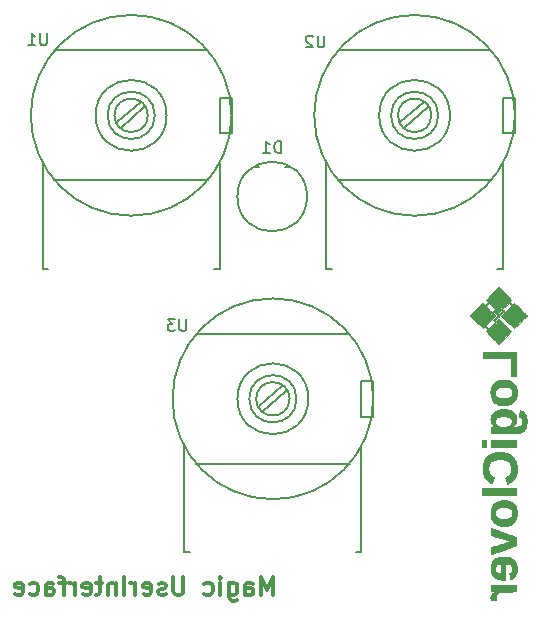
<source format=gbo>
G04 #@! TF.FileFunction,Legend,Bot*
%FSLAX46Y46*%
G04 Gerber Fmt 4.6, Leading zero omitted, Abs format (unit mm)*
G04 Created by KiCad (PCBNEW 4.0.2-stable) date 2016/12/18 4:07:23*
%MOMM*%
G01*
G04 APERTURE LIST*
%ADD10C,0.100000*%
%ADD11C,0.300000*%
%ADD12C,0.150000*%
%ADD13C,0.010000*%
%ADD14R,1.700000X1.700000*%
%ADD15C,1.700000*%
%ADD16O,2.305000X1.517600*%
%ADD17R,2.305000X1.517600*%
%ADD18R,2.127200X2.127200*%
%ADD19O,2.127200X2.127200*%
%ADD20C,4.900000*%
%ADD21O,4.000000X1.800000*%
%ADD22C,2.398980*%
G04 APERTURE END LIST*
D10*
D11*
X127992857Y-99578571D02*
X127992857Y-98078571D01*
X127492857Y-99150000D01*
X126992857Y-98078571D01*
X126992857Y-99578571D01*
X125635714Y-99578571D02*
X125635714Y-98792857D01*
X125707143Y-98650000D01*
X125850000Y-98578571D01*
X126135714Y-98578571D01*
X126278571Y-98650000D01*
X125635714Y-99507143D02*
X125778571Y-99578571D01*
X126135714Y-99578571D01*
X126278571Y-99507143D01*
X126350000Y-99364286D01*
X126350000Y-99221429D01*
X126278571Y-99078571D01*
X126135714Y-99007143D01*
X125778571Y-99007143D01*
X125635714Y-98935714D01*
X124278571Y-98578571D02*
X124278571Y-99792857D01*
X124350000Y-99935714D01*
X124421428Y-100007143D01*
X124564285Y-100078571D01*
X124778571Y-100078571D01*
X124921428Y-100007143D01*
X124278571Y-99507143D02*
X124421428Y-99578571D01*
X124707142Y-99578571D01*
X124850000Y-99507143D01*
X124921428Y-99435714D01*
X124992857Y-99292857D01*
X124992857Y-98864286D01*
X124921428Y-98721429D01*
X124850000Y-98650000D01*
X124707142Y-98578571D01*
X124421428Y-98578571D01*
X124278571Y-98650000D01*
X123564285Y-99578571D02*
X123564285Y-98578571D01*
X123564285Y-98078571D02*
X123635714Y-98150000D01*
X123564285Y-98221429D01*
X123492857Y-98150000D01*
X123564285Y-98078571D01*
X123564285Y-98221429D01*
X122207142Y-99507143D02*
X122349999Y-99578571D01*
X122635713Y-99578571D01*
X122778571Y-99507143D01*
X122849999Y-99435714D01*
X122921428Y-99292857D01*
X122921428Y-98864286D01*
X122849999Y-98721429D01*
X122778571Y-98650000D01*
X122635713Y-98578571D01*
X122349999Y-98578571D01*
X122207142Y-98650000D01*
X120421428Y-98078571D02*
X120421428Y-99292857D01*
X120350000Y-99435714D01*
X120278571Y-99507143D01*
X120135714Y-99578571D01*
X119850000Y-99578571D01*
X119707142Y-99507143D01*
X119635714Y-99435714D01*
X119564285Y-99292857D01*
X119564285Y-98078571D01*
X118921428Y-99507143D02*
X118778571Y-99578571D01*
X118492856Y-99578571D01*
X118349999Y-99507143D01*
X118278571Y-99364286D01*
X118278571Y-99292857D01*
X118349999Y-99150000D01*
X118492856Y-99078571D01*
X118707142Y-99078571D01*
X118849999Y-99007143D01*
X118921428Y-98864286D01*
X118921428Y-98792857D01*
X118849999Y-98650000D01*
X118707142Y-98578571D01*
X118492856Y-98578571D01*
X118349999Y-98650000D01*
X117064285Y-99507143D02*
X117207142Y-99578571D01*
X117492856Y-99578571D01*
X117635713Y-99507143D01*
X117707142Y-99364286D01*
X117707142Y-98792857D01*
X117635713Y-98650000D01*
X117492856Y-98578571D01*
X117207142Y-98578571D01*
X117064285Y-98650000D01*
X116992856Y-98792857D01*
X116992856Y-98935714D01*
X117707142Y-99078571D01*
X116349999Y-99578571D02*
X116349999Y-98578571D01*
X116349999Y-98864286D02*
X116278571Y-98721429D01*
X116207142Y-98650000D01*
X116064285Y-98578571D01*
X115921428Y-98578571D01*
X115421428Y-99578571D02*
X115421428Y-98078571D01*
X114707142Y-98578571D02*
X114707142Y-99578571D01*
X114707142Y-98721429D02*
X114635714Y-98650000D01*
X114492856Y-98578571D01*
X114278571Y-98578571D01*
X114135714Y-98650000D01*
X114064285Y-98792857D01*
X114064285Y-99578571D01*
X113564285Y-98578571D02*
X112992856Y-98578571D01*
X113349999Y-98078571D02*
X113349999Y-99364286D01*
X113278571Y-99507143D01*
X113135713Y-99578571D01*
X112992856Y-99578571D01*
X111921428Y-99507143D02*
X112064285Y-99578571D01*
X112349999Y-99578571D01*
X112492856Y-99507143D01*
X112564285Y-99364286D01*
X112564285Y-98792857D01*
X112492856Y-98650000D01*
X112349999Y-98578571D01*
X112064285Y-98578571D01*
X111921428Y-98650000D01*
X111849999Y-98792857D01*
X111849999Y-98935714D01*
X112564285Y-99078571D01*
X111207142Y-99578571D02*
X111207142Y-98578571D01*
X111207142Y-98864286D02*
X111135714Y-98721429D01*
X111064285Y-98650000D01*
X110921428Y-98578571D01*
X110778571Y-98578571D01*
X110492857Y-98578571D02*
X109921428Y-98578571D01*
X110278571Y-99578571D02*
X110278571Y-98292857D01*
X110207143Y-98150000D01*
X110064285Y-98078571D01*
X109921428Y-98078571D01*
X108778571Y-99578571D02*
X108778571Y-98792857D01*
X108850000Y-98650000D01*
X108992857Y-98578571D01*
X109278571Y-98578571D01*
X109421428Y-98650000D01*
X108778571Y-99507143D02*
X108921428Y-99578571D01*
X109278571Y-99578571D01*
X109421428Y-99507143D01*
X109492857Y-99364286D01*
X109492857Y-99221429D01*
X109421428Y-99078571D01*
X109278571Y-99007143D01*
X108921428Y-99007143D01*
X108778571Y-98935714D01*
X107421428Y-99507143D02*
X107564285Y-99578571D01*
X107849999Y-99578571D01*
X107992857Y-99507143D01*
X108064285Y-99435714D01*
X108135714Y-99292857D01*
X108135714Y-98864286D01*
X108064285Y-98721429D01*
X107992857Y-98650000D01*
X107849999Y-98578571D01*
X107564285Y-98578571D01*
X107421428Y-98650000D01*
X106207143Y-99507143D02*
X106350000Y-99578571D01*
X106635714Y-99578571D01*
X106778571Y-99507143D01*
X106850000Y-99364286D01*
X106850000Y-98792857D01*
X106778571Y-98650000D01*
X106635714Y-98578571D01*
X106350000Y-98578571D01*
X106207143Y-98650000D01*
X106135714Y-98792857D01*
X106135714Y-98935714D01*
X106850000Y-99078571D01*
D12*
X129040000Y-63375000D02*
X129490000Y-63375000D01*
X130890000Y-65875000D02*
G75*
G03X130890000Y-65875000I-2950000J0D01*
G01*
X126840000Y-63375000D02*
X126390000Y-63375000D01*
X108500000Y-72000000D02*
X109000000Y-72000000D01*
X108500000Y-63000000D02*
X108500000Y-72000000D01*
X123500000Y-72000000D02*
X123000000Y-72000000D01*
X123500000Y-63000000D02*
X123500000Y-72000000D01*
X122500000Y-64500000D02*
X109500000Y-64500000D01*
X122500000Y-53500000D02*
X109500000Y-53500000D01*
X123500000Y-57500000D02*
X123500000Y-60500000D01*
X124500000Y-57500000D02*
X123500000Y-57500000D01*
X124500000Y-60500000D02*
X124500000Y-57500000D01*
X123500000Y-60500000D02*
X124500000Y-60500000D01*
X116800000Y-57900000D02*
X114800000Y-59600000D01*
X117100000Y-58300000D02*
X115100000Y-60100000D01*
X117414214Y-59000000D02*
G75*
G03X117414214Y-59000000I-1414214J0D01*
G01*
X118000000Y-59000000D02*
G75*
G03X118000000Y-59000000I-2000000J0D01*
G01*
X124500000Y-59000000D02*
G75*
G03X124500000Y-59000000I-8500000J0D01*
G01*
X119000000Y-59000000D02*
G75*
G03X119000000Y-59000000I-3000000J0D01*
G01*
X132500000Y-72000000D02*
X133000000Y-72000000D01*
X132500000Y-63000000D02*
X132500000Y-72000000D01*
X147500000Y-72000000D02*
X147000000Y-72000000D01*
X147500000Y-63000000D02*
X147500000Y-72000000D01*
X146500000Y-64500000D02*
X133500000Y-64500000D01*
X146500000Y-53500000D02*
X133500000Y-53500000D01*
X147500000Y-57500000D02*
X147500000Y-60500000D01*
X148500000Y-57500000D02*
X147500000Y-57500000D01*
X148500000Y-60500000D02*
X148500000Y-57500000D01*
X147500000Y-60500000D02*
X148500000Y-60500000D01*
X140800000Y-57900000D02*
X138800000Y-59600000D01*
X141100000Y-58300000D02*
X139100000Y-60100000D01*
X141414214Y-59000000D02*
G75*
G03X141414214Y-59000000I-1414214J0D01*
G01*
X142000000Y-59000000D02*
G75*
G03X142000000Y-59000000I-2000000J0D01*
G01*
X148500000Y-59000000D02*
G75*
G03X148500000Y-59000000I-8500000J0D01*
G01*
X143000000Y-59000000D02*
G75*
G03X143000000Y-59000000I-3000000J0D01*
G01*
X120500000Y-96000000D02*
X121000000Y-96000000D01*
X120500000Y-87000000D02*
X120500000Y-96000000D01*
X135500000Y-96000000D02*
X135000000Y-96000000D01*
X135500000Y-87000000D02*
X135500000Y-96000000D01*
X134500000Y-88500000D02*
X121500000Y-88500000D01*
X134500000Y-77500000D02*
X121500000Y-77500000D01*
X135500000Y-81500000D02*
X135500000Y-84500000D01*
X136500000Y-81500000D02*
X135500000Y-81500000D01*
X136500000Y-84500000D02*
X136500000Y-81500000D01*
X135500000Y-84500000D02*
X136500000Y-84500000D01*
X128800000Y-81900000D02*
X126800000Y-83600000D01*
X129100000Y-82300000D02*
X127100000Y-84100000D01*
X129414214Y-83000000D02*
G75*
G03X129414214Y-83000000I-1414214J0D01*
G01*
X130000000Y-83000000D02*
G75*
G03X130000000Y-83000000I-2000000J0D01*
G01*
X136500000Y-83000000D02*
G75*
G03X136500000Y-83000000I-8500000J0D01*
G01*
X131000000Y-83000000D02*
G75*
G03X131000000Y-83000000I-3000000J0D01*
G01*
D13*
G36*
X145766116Y-77043061D02*
X145852408Y-76957127D01*
X145938701Y-76871194D01*
X146065647Y-76997897D01*
X146192594Y-77124601D01*
X146111046Y-77206489D01*
X146029499Y-77288377D01*
X146566938Y-77825760D01*
X146648935Y-77907633D01*
X146727352Y-77985709D01*
X146801231Y-78059046D01*
X146869614Y-78126703D01*
X146931542Y-78187740D01*
X146986056Y-78241215D01*
X147032199Y-78286187D01*
X147069012Y-78321715D01*
X147095536Y-78346859D01*
X147110814Y-78360676D01*
X147114224Y-78363143D01*
X147121983Y-78356858D01*
X147141556Y-78338633D01*
X147171984Y-78309413D01*
X147212308Y-78270145D01*
X147261571Y-78221774D01*
X147318813Y-78165246D01*
X147383075Y-78101505D01*
X147453401Y-78031499D01*
X147528830Y-77956172D01*
X147608405Y-77876469D01*
X147657613Y-77827070D01*
X148191156Y-77290996D01*
X147650067Y-76749908D01*
X147108979Y-76208819D01*
X147018143Y-76299453D01*
X147018143Y-76381279D01*
X147018143Y-76639571D01*
X146891143Y-76639571D01*
X146845499Y-76639411D01*
X146807132Y-76638970D01*
X146779289Y-76638310D01*
X146765215Y-76637492D01*
X146764143Y-76637182D01*
X146770254Y-76630352D01*
X146787294Y-76612704D01*
X146813325Y-76586210D01*
X146846407Y-76552840D01*
X146884601Y-76514568D01*
X146891143Y-76508036D01*
X147018143Y-76381279D01*
X147018143Y-76299453D01*
X146990973Y-76326563D01*
X146872968Y-76444306D01*
X146820924Y-76392262D01*
X146768880Y-76340219D01*
X146917449Y-76191445D01*
X146965351Y-76143668D01*
X147002446Y-76107318D01*
X147030613Y-76080852D01*
X147051731Y-76062727D01*
X147067676Y-76051397D01*
X147080328Y-76045321D01*
X147091566Y-76042954D01*
X147098469Y-76042671D01*
X147131160Y-76034388D01*
X147158814Y-76012673D01*
X147176889Y-75982233D01*
X147181429Y-75956693D01*
X147182731Y-75945543D01*
X147187694Y-75933180D01*
X147197896Y-75917690D01*
X147214919Y-75897159D01*
X147240343Y-75869673D01*
X147275749Y-75833317D01*
X147319874Y-75789015D01*
X147366169Y-75743031D01*
X147401759Y-75708450D01*
X147428603Y-75683677D01*
X147448656Y-75667120D01*
X147463875Y-75657186D01*
X147476215Y-75652280D01*
X147487634Y-75650809D01*
X147489581Y-75650786D01*
X147514369Y-75654837D01*
X147538302Y-75669158D01*
X147555397Y-75684527D01*
X147589951Y-75718269D01*
X147469669Y-75838800D01*
X147349386Y-75959331D01*
X148433267Y-77043212D01*
X148973026Y-76503509D01*
X149055034Y-76421452D01*
X149133238Y-76343083D01*
X149206703Y-76269350D01*
X149274492Y-76201197D01*
X149335669Y-76139570D01*
X149389297Y-76085413D01*
X149434440Y-76039672D01*
X149470161Y-76003293D01*
X149495524Y-75977219D01*
X149509593Y-75962398D01*
X149512237Y-75959243D01*
X149505894Y-75952278D01*
X149487663Y-75933430D01*
X149458479Y-75903646D01*
X149419283Y-75863872D01*
X149371012Y-75815055D01*
X149314605Y-75758143D01*
X149250998Y-75694082D01*
X149181132Y-75623820D01*
X149105943Y-75548302D01*
X149026371Y-75468476D01*
X148972943Y-75414928D01*
X148434197Y-74875178D01*
X148349685Y-74959065D01*
X148265173Y-75042951D01*
X148138469Y-74916004D01*
X148011765Y-74789058D01*
X148095455Y-74705019D01*
X148179144Y-74620980D01*
X147952397Y-74394257D01*
X147952397Y-74848104D01*
X148079482Y-74974946D01*
X148206568Y-75101789D01*
X147927804Y-75380661D01*
X147649041Y-75659533D01*
X147614806Y-75626104D01*
X147589434Y-75595508D01*
X147580594Y-75569039D01*
X147580572Y-75567729D01*
X147572591Y-75526728D01*
X147550502Y-75494841D01*
X147517085Y-75474873D01*
X147483016Y-75469357D01*
X147456033Y-75461653D01*
X147426462Y-75437714D01*
X147426126Y-75437368D01*
X147395121Y-75405380D01*
X147952397Y-74848104D01*
X147952397Y-74394257D01*
X147190500Y-73632441D01*
X147190500Y-75260714D01*
X147322036Y-75260714D01*
X147368542Y-75260869D01*
X147407828Y-75261295D01*
X147436703Y-75261934D01*
X147451978Y-75262729D01*
X147453572Y-75263099D01*
X147447456Y-75269922D01*
X147430379Y-75287599D01*
X147404244Y-75314197D01*
X147370958Y-75347778D01*
X147332425Y-75386408D01*
X147322036Y-75396786D01*
X147190500Y-75528087D01*
X147190500Y-75260714D01*
X147190500Y-73632441D01*
X147099786Y-73541736D01*
X146560095Y-74081369D01*
X146265217Y-74376215D01*
X146265217Y-74866184D01*
X146682454Y-75283347D01*
X147099692Y-75700511D01*
X147217486Y-75582978D01*
X147335279Y-75465446D01*
X147367211Y-75496395D01*
X147388723Y-75521167D01*
X147397971Y-75544324D01*
X147399143Y-75559477D01*
X147398192Y-75571096D01*
X147394274Y-75583042D01*
X147385790Y-75597287D01*
X147371144Y-75615802D01*
X147348736Y-75640559D01*
X147316970Y-75673530D01*
X147274248Y-75716687D01*
X147260913Y-75730054D01*
X147213862Y-75776841D01*
X147177496Y-75812046D01*
X147149973Y-75837211D01*
X147129451Y-75853877D01*
X147114087Y-75863587D01*
X147102038Y-75867881D01*
X147095443Y-75868500D01*
X147085717Y-75866949D01*
X147073756Y-75861392D01*
X147058000Y-75850474D01*
X147036885Y-75832842D01*
X147008850Y-75807139D01*
X146972333Y-75772012D01*
X146925770Y-75726105D01*
X146889010Y-75689476D01*
X146709819Y-75510453D01*
X146704770Y-75515478D01*
X146704770Y-75623358D01*
X146855437Y-75773829D01*
X146903512Y-75822024D01*
X146940144Y-75859376D01*
X146966854Y-75887733D01*
X146985164Y-75908944D01*
X146996596Y-75924858D01*
X147002670Y-75937323D01*
X147004909Y-75948187D01*
X147005017Y-75955580D01*
X147003604Y-75966021D01*
X146999152Y-75977524D01*
X146990248Y-75991741D01*
X146975483Y-76010326D01*
X146953444Y-76034930D01*
X146922722Y-76067206D01*
X146881903Y-76108806D01*
X146829579Y-76161383D01*
X146827479Y-76163486D01*
X146651027Y-76340112D01*
X146732427Y-76421892D01*
X146813828Y-76503671D01*
X146530461Y-76787039D01*
X146247093Y-77070406D01*
X146119594Y-76942908D01*
X145992096Y-76815409D01*
X146839724Y-75957947D01*
X146722779Y-75840742D01*
X146605835Y-75723537D01*
X146655302Y-75673447D01*
X146704770Y-75623358D01*
X146704770Y-75515478D01*
X146630274Y-75589629D01*
X146550729Y-75668806D01*
X146410357Y-75528376D01*
X146410357Y-75610199D01*
X146541893Y-75741500D01*
X146581455Y-75781103D01*
X146616254Y-75816149D01*
X146644384Y-75844703D01*
X146663941Y-75864828D01*
X146673019Y-75874589D01*
X146673429Y-75875186D01*
X146664889Y-75876029D01*
X146641396Y-75876742D01*
X146606139Y-75877265D01*
X146562307Y-75877542D01*
X146541893Y-75877571D01*
X146410357Y-75877571D01*
X146410357Y-75610199D01*
X146410357Y-75528376D01*
X146006775Y-75124626D01*
X146265217Y-74866184D01*
X146265217Y-74376215D01*
X146020405Y-74621002D01*
X146210755Y-74811944D01*
X146081419Y-74941049D01*
X145952084Y-75070154D01*
X145856876Y-74974946D01*
X145761669Y-74879738D01*
X145221978Y-75419486D01*
X144682288Y-75959233D01*
X145766116Y-77043061D01*
X145766116Y-77043061D01*
G37*
X145766116Y-77043061D02*
X145852408Y-76957127D01*
X145938701Y-76871194D01*
X146065647Y-76997897D01*
X146192594Y-77124601D01*
X146111046Y-77206489D01*
X146029499Y-77288377D01*
X146566938Y-77825760D01*
X146648935Y-77907633D01*
X146727352Y-77985709D01*
X146801231Y-78059046D01*
X146869614Y-78126703D01*
X146931542Y-78187740D01*
X146986056Y-78241215D01*
X147032199Y-78286187D01*
X147069012Y-78321715D01*
X147095536Y-78346859D01*
X147110814Y-78360676D01*
X147114224Y-78363143D01*
X147121983Y-78356858D01*
X147141556Y-78338633D01*
X147171984Y-78309413D01*
X147212308Y-78270145D01*
X147261571Y-78221774D01*
X147318813Y-78165246D01*
X147383075Y-78101505D01*
X147453401Y-78031499D01*
X147528830Y-77956172D01*
X147608405Y-77876469D01*
X147657613Y-77827070D01*
X148191156Y-77290996D01*
X147650067Y-76749908D01*
X147108979Y-76208819D01*
X147018143Y-76299453D01*
X147018143Y-76381279D01*
X147018143Y-76639571D01*
X146891143Y-76639571D01*
X146845499Y-76639411D01*
X146807132Y-76638970D01*
X146779289Y-76638310D01*
X146765215Y-76637492D01*
X146764143Y-76637182D01*
X146770254Y-76630352D01*
X146787294Y-76612704D01*
X146813325Y-76586210D01*
X146846407Y-76552840D01*
X146884601Y-76514568D01*
X146891143Y-76508036D01*
X147018143Y-76381279D01*
X147018143Y-76299453D01*
X146990973Y-76326563D01*
X146872968Y-76444306D01*
X146820924Y-76392262D01*
X146768880Y-76340219D01*
X146917449Y-76191445D01*
X146965351Y-76143668D01*
X147002446Y-76107318D01*
X147030613Y-76080852D01*
X147051731Y-76062727D01*
X147067676Y-76051397D01*
X147080328Y-76045321D01*
X147091566Y-76042954D01*
X147098469Y-76042671D01*
X147131160Y-76034388D01*
X147158814Y-76012673D01*
X147176889Y-75982233D01*
X147181429Y-75956693D01*
X147182731Y-75945543D01*
X147187694Y-75933180D01*
X147197896Y-75917690D01*
X147214919Y-75897159D01*
X147240343Y-75869673D01*
X147275749Y-75833317D01*
X147319874Y-75789015D01*
X147366169Y-75743031D01*
X147401759Y-75708450D01*
X147428603Y-75683677D01*
X147448656Y-75667120D01*
X147463875Y-75657186D01*
X147476215Y-75652280D01*
X147487634Y-75650809D01*
X147489581Y-75650786D01*
X147514369Y-75654837D01*
X147538302Y-75669158D01*
X147555397Y-75684527D01*
X147589951Y-75718269D01*
X147469669Y-75838800D01*
X147349386Y-75959331D01*
X148433267Y-77043212D01*
X148973026Y-76503509D01*
X149055034Y-76421452D01*
X149133238Y-76343083D01*
X149206703Y-76269350D01*
X149274492Y-76201197D01*
X149335669Y-76139570D01*
X149389297Y-76085413D01*
X149434440Y-76039672D01*
X149470161Y-76003293D01*
X149495524Y-75977219D01*
X149509593Y-75962398D01*
X149512237Y-75959243D01*
X149505894Y-75952278D01*
X149487663Y-75933430D01*
X149458479Y-75903646D01*
X149419283Y-75863872D01*
X149371012Y-75815055D01*
X149314605Y-75758143D01*
X149250998Y-75694082D01*
X149181132Y-75623820D01*
X149105943Y-75548302D01*
X149026371Y-75468476D01*
X148972943Y-75414928D01*
X148434197Y-74875178D01*
X148349685Y-74959065D01*
X148265173Y-75042951D01*
X148138469Y-74916004D01*
X148011765Y-74789058D01*
X148095455Y-74705019D01*
X148179144Y-74620980D01*
X147952397Y-74394257D01*
X147952397Y-74848104D01*
X148079482Y-74974946D01*
X148206568Y-75101789D01*
X147927804Y-75380661D01*
X147649041Y-75659533D01*
X147614806Y-75626104D01*
X147589434Y-75595508D01*
X147580594Y-75569039D01*
X147580572Y-75567729D01*
X147572591Y-75526728D01*
X147550502Y-75494841D01*
X147517085Y-75474873D01*
X147483016Y-75469357D01*
X147456033Y-75461653D01*
X147426462Y-75437714D01*
X147426126Y-75437368D01*
X147395121Y-75405380D01*
X147952397Y-74848104D01*
X147952397Y-74394257D01*
X147190500Y-73632441D01*
X147190500Y-75260714D01*
X147322036Y-75260714D01*
X147368542Y-75260869D01*
X147407828Y-75261295D01*
X147436703Y-75261934D01*
X147451978Y-75262729D01*
X147453572Y-75263099D01*
X147447456Y-75269922D01*
X147430379Y-75287599D01*
X147404244Y-75314197D01*
X147370958Y-75347778D01*
X147332425Y-75386408D01*
X147322036Y-75396786D01*
X147190500Y-75528087D01*
X147190500Y-75260714D01*
X147190500Y-73632441D01*
X147099786Y-73541736D01*
X146560095Y-74081369D01*
X146265217Y-74376215D01*
X146265217Y-74866184D01*
X146682454Y-75283347D01*
X147099692Y-75700511D01*
X147217486Y-75582978D01*
X147335279Y-75465446D01*
X147367211Y-75496395D01*
X147388723Y-75521167D01*
X147397971Y-75544324D01*
X147399143Y-75559477D01*
X147398192Y-75571096D01*
X147394274Y-75583042D01*
X147385790Y-75597287D01*
X147371144Y-75615802D01*
X147348736Y-75640559D01*
X147316970Y-75673530D01*
X147274248Y-75716687D01*
X147260913Y-75730054D01*
X147213862Y-75776841D01*
X147177496Y-75812046D01*
X147149973Y-75837211D01*
X147129451Y-75853877D01*
X147114087Y-75863587D01*
X147102038Y-75867881D01*
X147095443Y-75868500D01*
X147085717Y-75866949D01*
X147073756Y-75861392D01*
X147058000Y-75850474D01*
X147036885Y-75832842D01*
X147008850Y-75807139D01*
X146972333Y-75772012D01*
X146925770Y-75726105D01*
X146889010Y-75689476D01*
X146709819Y-75510453D01*
X146704770Y-75515478D01*
X146704770Y-75623358D01*
X146855437Y-75773829D01*
X146903512Y-75822024D01*
X146940144Y-75859376D01*
X146966854Y-75887733D01*
X146985164Y-75908944D01*
X146996596Y-75924858D01*
X147002670Y-75937323D01*
X147004909Y-75948187D01*
X147005017Y-75955580D01*
X147003604Y-75966021D01*
X146999152Y-75977524D01*
X146990248Y-75991741D01*
X146975483Y-76010326D01*
X146953444Y-76034930D01*
X146922722Y-76067206D01*
X146881903Y-76108806D01*
X146829579Y-76161383D01*
X146827479Y-76163486D01*
X146651027Y-76340112D01*
X146732427Y-76421892D01*
X146813828Y-76503671D01*
X146530461Y-76787039D01*
X146247093Y-77070406D01*
X146119594Y-76942908D01*
X145992096Y-76815409D01*
X146839724Y-75957947D01*
X146722779Y-75840742D01*
X146605835Y-75723537D01*
X146655302Y-75673447D01*
X146704770Y-75623358D01*
X146704770Y-75515478D01*
X146630274Y-75589629D01*
X146550729Y-75668806D01*
X146410357Y-75528376D01*
X146410357Y-75610199D01*
X146541893Y-75741500D01*
X146581455Y-75781103D01*
X146616254Y-75816149D01*
X146644384Y-75844703D01*
X146663941Y-75864828D01*
X146673019Y-75874589D01*
X146673429Y-75875186D01*
X146664889Y-75876029D01*
X146641396Y-75876742D01*
X146606139Y-75877265D01*
X146562307Y-75877542D01*
X146541893Y-75877571D01*
X146410357Y-75877571D01*
X146410357Y-75610199D01*
X146410357Y-75528376D01*
X146006775Y-75124626D01*
X146265217Y-74866184D01*
X146265217Y-74376215D01*
X146020405Y-74621002D01*
X146210755Y-74811944D01*
X146081419Y-74941049D01*
X145952084Y-75070154D01*
X145856876Y-74974946D01*
X145761669Y-74879738D01*
X145221978Y-75419486D01*
X144682288Y-75959233D01*
X145766116Y-77043061D01*
G36*
X146427102Y-84801456D02*
X146434948Y-84873940D01*
X146445615Y-84926321D01*
X146482865Y-85034508D01*
X146533216Y-85130520D01*
X146596397Y-85214006D01*
X146672140Y-85284616D01*
X146760173Y-85341998D01*
X146768545Y-85346426D01*
X146814036Y-85370067D01*
X146668893Y-85381358D01*
X146617061Y-85385580D01*
X146569490Y-85389803D01*
X146530079Y-85393656D01*
X146502730Y-85396767D01*
X146494268Y-85398021D01*
X146464786Y-85403393D01*
X146464783Y-85668322D01*
X146464781Y-85933250D01*
X147074837Y-85930969D01*
X147276945Y-85930209D01*
X147461740Y-85929496D01*
X147630054Y-85928816D01*
X147782716Y-85928157D01*
X147920559Y-85927503D01*
X148044411Y-85926843D01*
X148155104Y-85926161D01*
X148253468Y-85925444D01*
X148340333Y-85924679D01*
X148416531Y-85923851D01*
X148482892Y-85922947D01*
X148540246Y-85921953D01*
X148589424Y-85920856D01*
X148631257Y-85919642D01*
X148666574Y-85918296D01*
X148696208Y-85916806D01*
X148720987Y-85915158D01*
X148741743Y-85913337D01*
X148759307Y-85911330D01*
X148774508Y-85909124D01*
X148788178Y-85906705D01*
X148801146Y-85904058D01*
X148809132Y-85902312D01*
X148922962Y-85871202D01*
X149023067Y-85830947D01*
X149112110Y-85780183D01*
X149192756Y-85717548D01*
X149219904Y-85692165D01*
X149291866Y-85610972D01*
X149352083Y-85519204D01*
X149401193Y-85415555D01*
X149439833Y-85298716D01*
X149464307Y-85191335D01*
X149470878Y-85144567D01*
X149476028Y-85084116D01*
X149479696Y-85014315D01*
X149481820Y-84939494D01*
X149482340Y-84863984D01*
X149481195Y-84792119D01*
X149478324Y-84728228D01*
X149473665Y-84676644D01*
X149471755Y-84663250D01*
X149444008Y-84532232D01*
X149405097Y-84413015D01*
X149355468Y-84306330D01*
X149295570Y-84212906D01*
X149225848Y-84133473D01*
X149146751Y-84068759D01*
X149084850Y-84031997D01*
X149060459Y-84020944D01*
X149028576Y-84008370D01*
X148993528Y-83995734D01*
X148959644Y-83984495D01*
X148931252Y-83976114D01*
X148912681Y-83972050D01*
X148907978Y-83972356D01*
X148905787Y-83982193D01*
X148901966Y-84007355D01*
X148896834Y-84045132D01*
X148890710Y-84092810D01*
X148883911Y-84147678D01*
X148876757Y-84207023D01*
X148869566Y-84268133D01*
X148862656Y-84328296D01*
X148856345Y-84384800D01*
X148850953Y-84434932D01*
X148846798Y-84475982D01*
X148844198Y-84505236D01*
X148843471Y-84519982D01*
X148843564Y-84520887D01*
X148852715Y-84530335D01*
X148873987Y-84542895D01*
X148897547Y-84553629D01*
X148966915Y-84590792D01*
X149023547Y-84640867D01*
X149067474Y-84703891D01*
X149092806Y-84761680D01*
X149103235Y-84806049D01*
X149109081Y-84862359D01*
X149110427Y-84925018D01*
X149107358Y-84988434D01*
X149099958Y-85047016D01*
X149088312Y-85095173D01*
X149087743Y-85096851D01*
X149055503Y-85163383D01*
X149008135Y-85222435D01*
X148947955Y-85271509D01*
X148901540Y-85297601D01*
X148862563Y-85315079D01*
X148825405Y-85329073D01*
X148787301Y-85339999D01*
X148745488Y-85348275D01*
X148697202Y-85354320D01*
X148639679Y-85358550D01*
X148570156Y-85361383D01*
X148485869Y-85363236D01*
X148465036Y-85363555D01*
X148229179Y-85366951D01*
X148283607Y-85337166D01*
X148313653Y-85317612D01*
X148350898Y-85288768D01*
X148390281Y-85254720D01*
X148416138Y-85230244D01*
X148455082Y-85190249D01*
X148483960Y-85156195D01*
X148506844Y-85122654D01*
X148527805Y-85084199D01*
X148531852Y-85076000D01*
X148557793Y-85019755D01*
X148577398Y-84968729D01*
X148591499Y-84918736D01*
X148600930Y-84865592D01*
X148606526Y-84805110D01*
X148609120Y-84733106D01*
X148609574Y-84685928D01*
X148609424Y-84620689D01*
X148608344Y-84570149D01*
X148606093Y-84530879D01*
X148602431Y-84499449D01*
X148597116Y-84472430D01*
X148593664Y-84459143D01*
X148556036Y-84357079D01*
X148502827Y-84263584D01*
X148434721Y-84179187D01*
X148352401Y-84104417D01*
X148256552Y-84039803D01*
X148147857Y-83985873D01*
X148026998Y-83943156D01*
X147894661Y-83912183D01*
X147884464Y-83910378D01*
X147738519Y-83891198D01*
X147585460Y-83882322D01*
X147525906Y-83882857D01*
X147525906Y-84469380D01*
X147594179Y-84471155D01*
X147724952Y-84481559D01*
X147840051Y-84500793D01*
X147939724Y-84528985D01*
X148024215Y-84566266D01*
X148093774Y-84612765D01*
X148148645Y-84668611D01*
X148189076Y-84733933D01*
X148211662Y-84794786D01*
X148220396Y-84843954D01*
X148223336Y-84902651D01*
X148220525Y-84963228D01*
X148212005Y-85018037D01*
X148210363Y-85024798D01*
X148190776Y-85083734D01*
X148163019Y-85133875D01*
X148123327Y-85181456D01*
X148104569Y-85199937D01*
X148039210Y-85251393D01*
X147961930Y-85293051D01*
X147871934Y-85325136D01*
X147768421Y-85347871D01*
X147650596Y-85361482D01*
X147517659Y-85366191D01*
X147512536Y-85366198D01*
X147378648Y-85361433D01*
X147259529Y-85346965D01*
X147154490Y-85322592D01*
X147062844Y-85288109D01*
X146983902Y-85243313D01*
X146920138Y-85191107D01*
X146873323Y-85133547D01*
X146839689Y-85066861D01*
X146819195Y-84994053D01*
X146811799Y-84918125D01*
X146817459Y-84842081D01*
X146836133Y-84768923D01*
X146867781Y-84701655D01*
X146912360Y-84643279D01*
X146927952Y-84628216D01*
X146994051Y-84579983D01*
X147075199Y-84540070D01*
X147170177Y-84508767D01*
X147277766Y-84486359D01*
X147396749Y-84473134D01*
X147525906Y-84469380D01*
X147525906Y-83882857D01*
X147430944Y-83883712D01*
X147280627Y-83895336D01*
X147151597Y-83914903D01*
X147014249Y-83948383D01*
X146890666Y-83993082D01*
X146781022Y-84048853D01*
X146685496Y-84115550D01*
X146604264Y-84193027D01*
X146537502Y-84281137D01*
X146485387Y-84379734D01*
X146448095Y-84488673D01*
X146445229Y-84499964D01*
X146433260Y-84565662D01*
X146426253Y-84641613D01*
X146424202Y-84722112D01*
X146427102Y-84801456D01*
X146427102Y-84801456D01*
G37*
X146427102Y-84801456D02*
X146434948Y-84873940D01*
X146445615Y-84926321D01*
X146482865Y-85034508D01*
X146533216Y-85130520D01*
X146596397Y-85214006D01*
X146672140Y-85284616D01*
X146760173Y-85341998D01*
X146768545Y-85346426D01*
X146814036Y-85370067D01*
X146668893Y-85381358D01*
X146617061Y-85385580D01*
X146569490Y-85389803D01*
X146530079Y-85393656D01*
X146502730Y-85396767D01*
X146494268Y-85398021D01*
X146464786Y-85403393D01*
X146464783Y-85668322D01*
X146464781Y-85933250D01*
X147074837Y-85930969D01*
X147276945Y-85930209D01*
X147461740Y-85929496D01*
X147630054Y-85928816D01*
X147782716Y-85928157D01*
X147920559Y-85927503D01*
X148044411Y-85926843D01*
X148155104Y-85926161D01*
X148253468Y-85925444D01*
X148340333Y-85924679D01*
X148416531Y-85923851D01*
X148482892Y-85922947D01*
X148540246Y-85921953D01*
X148589424Y-85920856D01*
X148631257Y-85919642D01*
X148666574Y-85918296D01*
X148696208Y-85916806D01*
X148720987Y-85915158D01*
X148741743Y-85913337D01*
X148759307Y-85911330D01*
X148774508Y-85909124D01*
X148788178Y-85906705D01*
X148801146Y-85904058D01*
X148809132Y-85902312D01*
X148922962Y-85871202D01*
X149023067Y-85830947D01*
X149112110Y-85780183D01*
X149192756Y-85717548D01*
X149219904Y-85692165D01*
X149291866Y-85610972D01*
X149352083Y-85519204D01*
X149401193Y-85415555D01*
X149439833Y-85298716D01*
X149464307Y-85191335D01*
X149470878Y-85144567D01*
X149476028Y-85084116D01*
X149479696Y-85014315D01*
X149481820Y-84939494D01*
X149482340Y-84863984D01*
X149481195Y-84792119D01*
X149478324Y-84728228D01*
X149473665Y-84676644D01*
X149471755Y-84663250D01*
X149444008Y-84532232D01*
X149405097Y-84413015D01*
X149355468Y-84306330D01*
X149295570Y-84212906D01*
X149225848Y-84133473D01*
X149146751Y-84068759D01*
X149084850Y-84031997D01*
X149060459Y-84020944D01*
X149028576Y-84008370D01*
X148993528Y-83995734D01*
X148959644Y-83984495D01*
X148931252Y-83976114D01*
X148912681Y-83972050D01*
X148907978Y-83972356D01*
X148905787Y-83982193D01*
X148901966Y-84007355D01*
X148896834Y-84045132D01*
X148890710Y-84092810D01*
X148883911Y-84147678D01*
X148876757Y-84207023D01*
X148869566Y-84268133D01*
X148862656Y-84328296D01*
X148856345Y-84384800D01*
X148850953Y-84434932D01*
X148846798Y-84475982D01*
X148844198Y-84505236D01*
X148843471Y-84519982D01*
X148843564Y-84520887D01*
X148852715Y-84530335D01*
X148873987Y-84542895D01*
X148897547Y-84553629D01*
X148966915Y-84590792D01*
X149023547Y-84640867D01*
X149067474Y-84703891D01*
X149092806Y-84761680D01*
X149103235Y-84806049D01*
X149109081Y-84862359D01*
X149110427Y-84925018D01*
X149107358Y-84988434D01*
X149099958Y-85047016D01*
X149088312Y-85095173D01*
X149087743Y-85096851D01*
X149055503Y-85163383D01*
X149008135Y-85222435D01*
X148947955Y-85271509D01*
X148901540Y-85297601D01*
X148862563Y-85315079D01*
X148825405Y-85329073D01*
X148787301Y-85339999D01*
X148745488Y-85348275D01*
X148697202Y-85354320D01*
X148639679Y-85358550D01*
X148570156Y-85361383D01*
X148485869Y-85363236D01*
X148465036Y-85363555D01*
X148229179Y-85366951D01*
X148283607Y-85337166D01*
X148313653Y-85317612D01*
X148350898Y-85288768D01*
X148390281Y-85254720D01*
X148416138Y-85230244D01*
X148455082Y-85190249D01*
X148483960Y-85156195D01*
X148506844Y-85122654D01*
X148527805Y-85084199D01*
X148531852Y-85076000D01*
X148557793Y-85019755D01*
X148577398Y-84968729D01*
X148591499Y-84918736D01*
X148600930Y-84865592D01*
X148606526Y-84805110D01*
X148609120Y-84733106D01*
X148609574Y-84685928D01*
X148609424Y-84620689D01*
X148608344Y-84570149D01*
X148606093Y-84530879D01*
X148602431Y-84499449D01*
X148597116Y-84472430D01*
X148593664Y-84459143D01*
X148556036Y-84357079D01*
X148502827Y-84263584D01*
X148434721Y-84179187D01*
X148352401Y-84104417D01*
X148256552Y-84039803D01*
X148147857Y-83985873D01*
X148026998Y-83943156D01*
X147894661Y-83912183D01*
X147884464Y-83910378D01*
X147738519Y-83891198D01*
X147585460Y-83882322D01*
X147525906Y-83882857D01*
X147525906Y-84469380D01*
X147594179Y-84471155D01*
X147724952Y-84481559D01*
X147840051Y-84500793D01*
X147939724Y-84528985D01*
X148024215Y-84566266D01*
X148093774Y-84612765D01*
X148148645Y-84668611D01*
X148189076Y-84733933D01*
X148211662Y-84794786D01*
X148220396Y-84843954D01*
X148223336Y-84902651D01*
X148220525Y-84963228D01*
X148212005Y-85018037D01*
X148210363Y-85024798D01*
X148190776Y-85083734D01*
X148163019Y-85133875D01*
X148123327Y-85181456D01*
X148104569Y-85199937D01*
X148039210Y-85251393D01*
X147961930Y-85293051D01*
X147871934Y-85325136D01*
X147768421Y-85347871D01*
X147650596Y-85361482D01*
X147517659Y-85366191D01*
X147512536Y-85366198D01*
X147378648Y-85361433D01*
X147259529Y-85346965D01*
X147154490Y-85322592D01*
X147062844Y-85288109D01*
X146983902Y-85243313D01*
X146920138Y-85191107D01*
X146873323Y-85133547D01*
X146839689Y-85066861D01*
X146819195Y-84994053D01*
X146811799Y-84918125D01*
X146817459Y-84842081D01*
X146836133Y-84768923D01*
X146867781Y-84701655D01*
X146912360Y-84643279D01*
X146927952Y-84628216D01*
X146994051Y-84579983D01*
X147075199Y-84540070D01*
X147170177Y-84508767D01*
X147277766Y-84486359D01*
X147396749Y-84473134D01*
X147525906Y-84469380D01*
X147525906Y-83882857D01*
X147430944Y-83883712D01*
X147280627Y-83895336D01*
X147151597Y-83914903D01*
X147014249Y-83948383D01*
X146890666Y-83993082D01*
X146781022Y-84048853D01*
X146685496Y-84115550D01*
X146604264Y-84193027D01*
X146537502Y-84281137D01*
X146485387Y-84379734D01*
X146448095Y-84488673D01*
X146445229Y-84499964D01*
X146433260Y-84565662D01*
X146426253Y-84641613D01*
X146424202Y-84722112D01*
X146427102Y-84801456D01*
G36*
X146429185Y-82586335D02*
X146439713Y-82697502D01*
X146456255Y-82795958D01*
X146480003Y-82886483D01*
X146512149Y-82973857D01*
X146542126Y-83039464D01*
X146604299Y-83146381D01*
X146679762Y-83241077D01*
X146768568Y-83323588D01*
X146870771Y-83393953D01*
X146986426Y-83452210D01*
X147115587Y-83498396D01*
X147244929Y-83529971D01*
X147291822Y-83536973D01*
X147352267Y-83542680D01*
X147421712Y-83546966D01*
X147495603Y-83549706D01*
X147569388Y-83550773D01*
X147638513Y-83550042D01*
X147698426Y-83547387D01*
X147738125Y-83543602D01*
X147882542Y-83516805D01*
X148016488Y-83476412D01*
X148139342Y-83422754D01*
X148250478Y-83356163D01*
X148349276Y-83276971D01*
X148435111Y-83185510D01*
X148453071Y-83162619D01*
X148513021Y-83070993D01*
X148564693Y-82966510D01*
X148606543Y-82853160D01*
X148637028Y-82734933D01*
X148650729Y-82651803D01*
X148655390Y-82599165D01*
X148658098Y-82534964D01*
X148658903Y-82464498D01*
X148657855Y-82393065D01*
X148655004Y-82325966D01*
X148650399Y-82268497D01*
X148646869Y-82241178D01*
X148620562Y-82116245D01*
X148581578Y-81999553D01*
X148552204Y-81932750D01*
X148489403Y-81820015D01*
X148414897Y-81720364D01*
X148328308Y-81633530D01*
X148229260Y-81559248D01*
X148117374Y-81497253D01*
X147992272Y-81447278D01*
X147853576Y-81409058D01*
X147789214Y-81396089D01*
X147729407Y-81388106D01*
X147656766Y-81382880D01*
X147576389Y-81380405D01*
X147548625Y-81380494D01*
X147548625Y-81973232D01*
X147620646Y-81973852D01*
X147686696Y-81976149D01*
X147741964Y-81980164D01*
X147762354Y-81982587D01*
X147875538Y-82004626D01*
X147975784Y-82036945D01*
X148062537Y-82079121D01*
X148135239Y-82130731D01*
X148193334Y-82191349D01*
X148236267Y-82260553D01*
X148263480Y-82337920D01*
X148269512Y-82368905D01*
X148274248Y-82427403D01*
X148272729Y-82493452D01*
X148265526Y-82558871D01*
X148253204Y-82615481D01*
X148252141Y-82618978D01*
X148226245Y-82684658D01*
X148190985Y-82740993D01*
X148142380Y-82794196D01*
X148136207Y-82799977D01*
X148075118Y-82847921D01*
X148004551Y-82886971D01*
X147923178Y-82917486D01*
X147829672Y-82939824D01*
X147722705Y-82954344D01*
X147600949Y-82961405D01*
X147535214Y-82962250D01*
X147395937Y-82957636D01*
X147272112Y-82943708D01*
X147163547Y-82920337D01*
X147070050Y-82887394D01*
X146991426Y-82844751D01*
X146927484Y-82792280D01*
X146878030Y-82729850D01*
X146842871Y-82657335D01*
X146821814Y-82574604D01*
X146814668Y-82481571D01*
X146821113Y-82384965D01*
X146841283Y-82299540D01*
X146875608Y-82224129D01*
X146924519Y-82157570D01*
X146940481Y-82140764D01*
X147001236Y-82090651D01*
X147074708Y-82049551D01*
X147162074Y-82016956D01*
X147264514Y-81992356D01*
X147297052Y-81986670D01*
X147344848Y-81981007D01*
X147405915Y-81976852D01*
X147475445Y-81974246D01*
X147548625Y-81973232D01*
X147548625Y-81380494D01*
X147493372Y-81380674D01*
X147412814Y-81383680D01*
X147339811Y-81389418D01*
X147285750Y-81396741D01*
X147146922Y-81428679D01*
X147018431Y-81473976D01*
X146901186Y-81532178D01*
X146796097Y-81602831D01*
X146704073Y-81685478D01*
X146700238Y-81689489D01*
X146617607Y-81789251D01*
X146549741Y-81899076D01*
X146496599Y-82019103D01*
X146458140Y-82149470D01*
X146434321Y-82290316D01*
X146425100Y-82441778D01*
X146429185Y-82586335D01*
X146429185Y-82586335D01*
G37*
X146429185Y-82586335D02*
X146439713Y-82697502D01*
X146456255Y-82795958D01*
X146480003Y-82886483D01*
X146512149Y-82973857D01*
X146542126Y-83039464D01*
X146604299Y-83146381D01*
X146679762Y-83241077D01*
X146768568Y-83323588D01*
X146870771Y-83393953D01*
X146986426Y-83452210D01*
X147115587Y-83498396D01*
X147244929Y-83529971D01*
X147291822Y-83536973D01*
X147352267Y-83542680D01*
X147421712Y-83546966D01*
X147495603Y-83549706D01*
X147569388Y-83550773D01*
X147638513Y-83550042D01*
X147698426Y-83547387D01*
X147738125Y-83543602D01*
X147882542Y-83516805D01*
X148016488Y-83476412D01*
X148139342Y-83422754D01*
X148250478Y-83356163D01*
X148349276Y-83276971D01*
X148435111Y-83185510D01*
X148453071Y-83162619D01*
X148513021Y-83070993D01*
X148564693Y-82966510D01*
X148606543Y-82853160D01*
X148637028Y-82734933D01*
X148650729Y-82651803D01*
X148655390Y-82599165D01*
X148658098Y-82534964D01*
X148658903Y-82464498D01*
X148657855Y-82393065D01*
X148655004Y-82325966D01*
X148650399Y-82268497D01*
X148646869Y-82241178D01*
X148620562Y-82116245D01*
X148581578Y-81999553D01*
X148552204Y-81932750D01*
X148489403Y-81820015D01*
X148414897Y-81720364D01*
X148328308Y-81633530D01*
X148229260Y-81559248D01*
X148117374Y-81497253D01*
X147992272Y-81447278D01*
X147853576Y-81409058D01*
X147789214Y-81396089D01*
X147729407Y-81388106D01*
X147656766Y-81382880D01*
X147576389Y-81380405D01*
X147548625Y-81380494D01*
X147548625Y-81973232D01*
X147620646Y-81973852D01*
X147686696Y-81976149D01*
X147741964Y-81980164D01*
X147762354Y-81982587D01*
X147875538Y-82004626D01*
X147975784Y-82036945D01*
X148062537Y-82079121D01*
X148135239Y-82130731D01*
X148193334Y-82191349D01*
X148236267Y-82260553D01*
X148263480Y-82337920D01*
X148269512Y-82368905D01*
X148274248Y-82427403D01*
X148272729Y-82493452D01*
X148265526Y-82558871D01*
X148253204Y-82615481D01*
X148252141Y-82618978D01*
X148226245Y-82684658D01*
X148190985Y-82740993D01*
X148142380Y-82794196D01*
X148136207Y-82799977D01*
X148075118Y-82847921D01*
X148004551Y-82886971D01*
X147923178Y-82917486D01*
X147829672Y-82939824D01*
X147722705Y-82954344D01*
X147600949Y-82961405D01*
X147535214Y-82962250D01*
X147395937Y-82957636D01*
X147272112Y-82943708D01*
X147163547Y-82920337D01*
X147070050Y-82887394D01*
X146991426Y-82844751D01*
X146927484Y-82792280D01*
X146878030Y-82729850D01*
X146842871Y-82657335D01*
X146821814Y-82574604D01*
X146814668Y-82481571D01*
X146821113Y-82384965D01*
X146841283Y-82299540D01*
X146875608Y-82224129D01*
X146924519Y-82157570D01*
X146940481Y-82140764D01*
X147001236Y-82090651D01*
X147074708Y-82049551D01*
X147162074Y-82016956D01*
X147264514Y-81992356D01*
X147297052Y-81986670D01*
X147344848Y-81981007D01*
X147405915Y-81976852D01*
X147475445Y-81974246D01*
X147548625Y-81973232D01*
X147548625Y-81380494D01*
X147493372Y-81380674D01*
X147412814Y-81383680D01*
X147339811Y-81389418D01*
X147285750Y-81396741D01*
X147146922Y-81428679D01*
X147018431Y-81473976D01*
X146901186Y-81532178D01*
X146796097Y-81602831D01*
X146704073Y-81685478D01*
X146700238Y-81689489D01*
X146617607Y-81789251D01*
X146549741Y-81899076D01*
X146496599Y-82019103D01*
X146458140Y-82149470D01*
X146434321Y-82290316D01*
X146425100Y-82441778D01*
X146429185Y-82586335D01*
G36*
X145772124Y-88977519D02*
X145780777Y-89114486D01*
X145797974Y-89244093D01*
X145803031Y-89271758D01*
X145839442Y-89419348D01*
X145889366Y-89555086D01*
X145952687Y-89678809D01*
X146029287Y-89790352D01*
X146119048Y-89889552D01*
X146221853Y-89976245D01*
X146337585Y-90050268D01*
X146375897Y-90070531D01*
X146420208Y-90092141D01*
X146462808Y-90111566D01*
X146500533Y-90127504D01*
X146530218Y-90138655D01*
X146548696Y-90143716D01*
X146553035Y-90143346D01*
X146556284Y-90133978D01*
X146563445Y-90109765D01*
X146573788Y-90073403D01*
X146586581Y-90027586D01*
X146601092Y-89975007D01*
X146616590Y-89918360D01*
X146632342Y-89860341D01*
X146647618Y-89803643D01*
X146661685Y-89750960D01*
X146673812Y-89704986D01*
X146683267Y-89668416D01*
X146689319Y-89643944D01*
X146691251Y-89634393D01*
X146683445Y-89626931D01*
X146662615Y-89614034D01*
X146632265Y-89597749D01*
X146607848Y-89585722D01*
X146566976Y-89565045D01*
X146533607Y-89544599D01*
X146502262Y-89520371D01*
X146467457Y-89488353D01*
X146446671Y-89467794D01*
X146408378Y-89427922D01*
X146379774Y-89393859D01*
X146356610Y-89359798D01*
X146334639Y-89319932D01*
X146326323Y-89303286D01*
X146297979Y-89242796D01*
X146276710Y-89189533D01*
X146261566Y-89138995D01*
X146251598Y-89086678D01*
X146245854Y-89028079D01*
X146243387Y-88958696D01*
X146243084Y-88908679D01*
X146243470Y-88845959D01*
X146244675Y-88797474D01*
X146247028Y-88759321D01*
X146250861Y-88727600D01*
X146256502Y-88698408D01*
X146263080Y-88672248D01*
X146301551Y-88560917D01*
X146353392Y-88461811D01*
X146418612Y-88374925D01*
X146497219Y-88300255D01*
X146589220Y-88237795D01*
X146694625Y-88187542D01*
X146813440Y-88149490D01*
X146945675Y-88123635D01*
X147091338Y-88109972D01*
X147250436Y-88108496D01*
X147254000Y-88108598D01*
X147382549Y-88115690D01*
X147496683Y-88129328D01*
X147599125Y-88150098D01*
X147692595Y-88178587D01*
X147779816Y-88215381D01*
X147802426Y-88226701D01*
X147898613Y-88284820D01*
X147980019Y-88352479D01*
X148048114Y-88431153D01*
X148104368Y-88522316D01*
X148111674Y-88536750D01*
X148156239Y-88647536D01*
X148184294Y-88765795D01*
X148195822Y-88891448D01*
X148194204Y-88981250D01*
X148179511Y-89100332D01*
X148150089Y-89209258D01*
X148105674Y-89308403D01*
X148046003Y-89398141D01*
X147970814Y-89478850D01*
X147879844Y-89550903D01*
X147772829Y-89614678D01*
X147738998Y-89631561D01*
X147663311Y-89667879D01*
X147688941Y-89737314D01*
X147702235Y-89773122D01*
X147718921Y-89817742D01*
X147737998Y-89868537D01*
X147758468Y-89922868D01*
X147779333Y-89978099D01*
X147799593Y-90031591D01*
X147818250Y-90080706D01*
X147834305Y-90122808D01*
X147846760Y-90155257D01*
X147854615Y-90175418D01*
X147856907Y-90180914D01*
X147865708Y-90178594D01*
X147887051Y-90169254D01*
X147917570Y-90154605D01*
X147953904Y-90136357D01*
X147992688Y-90116222D01*
X148030559Y-90095909D01*
X148064154Y-90077132D01*
X148084036Y-90065381D01*
X148204769Y-89981178D01*
X148312161Y-89884801D01*
X148405911Y-89776689D01*
X148485721Y-89657283D01*
X148551288Y-89527021D01*
X148602314Y-89386343D01*
X148633677Y-89260648D01*
X148642008Y-89207134D01*
X148648690Y-89139718D01*
X148653634Y-89062574D01*
X148656751Y-88979874D01*
X148657951Y-88895793D01*
X148657147Y-88814504D01*
X148654248Y-88740180D01*
X148649165Y-88676995D01*
X148646581Y-88656343D01*
X148615756Y-88494374D01*
X148571016Y-88343819D01*
X148512573Y-88204917D01*
X148440636Y-88077910D01*
X148355416Y-87963035D01*
X148257122Y-87860534D01*
X148145965Y-87770645D01*
X148022155Y-87693608D01*
X147885902Y-87629663D01*
X147737415Y-87579049D01*
X147691353Y-87566712D01*
X147607142Y-87547177D01*
X147527233Y-87532585D01*
X147446792Y-87522406D01*
X147360986Y-87516111D01*
X147264982Y-87513169D01*
X147199572Y-87512795D01*
X147024477Y-87518530D01*
X146862986Y-87535388D01*
X146714113Y-87563701D01*
X146576874Y-87603806D01*
X146450285Y-87656036D01*
X146333360Y-87720726D01*
X146225115Y-87798210D01*
X146141261Y-87872380D01*
X146052085Y-87969279D01*
X145976023Y-88075250D01*
X145912180Y-88191908D01*
X145859662Y-88320866D01*
X145820880Y-88450571D01*
X145796391Y-88569719D01*
X145780033Y-88700410D01*
X145771910Y-88837919D01*
X145772124Y-88977519D01*
X145772124Y-88977519D01*
G37*
X145772124Y-88977519D02*
X145780777Y-89114486D01*
X145797974Y-89244093D01*
X145803031Y-89271758D01*
X145839442Y-89419348D01*
X145889366Y-89555086D01*
X145952687Y-89678809D01*
X146029287Y-89790352D01*
X146119048Y-89889552D01*
X146221853Y-89976245D01*
X146337585Y-90050268D01*
X146375897Y-90070531D01*
X146420208Y-90092141D01*
X146462808Y-90111566D01*
X146500533Y-90127504D01*
X146530218Y-90138655D01*
X146548696Y-90143716D01*
X146553035Y-90143346D01*
X146556284Y-90133978D01*
X146563445Y-90109765D01*
X146573788Y-90073403D01*
X146586581Y-90027586D01*
X146601092Y-89975007D01*
X146616590Y-89918360D01*
X146632342Y-89860341D01*
X146647618Y-89803643D01*
X146661685Y-89750960D01*
X146673812Y-89704986D01*
X146683267Y-89668416D01*
X146689319Y-89643944D01*
X146691251Y-89634393D01*
X146683445Y-89626931D01*
X146662615Y-89614034D01*
X146632265Y-89597749D01*
X146607848Y-89585722D01*
X146566976Y-89565045D01*
X146533607Y-89544599D01*
X146502262Y-89520371D01*
X146467457Y-89488353D01*
X146446671Y-89467794D01*
X146408378Y-89427922D01*
X146379774Y-89393859D01*
X146356610Y-89359798D01*
X146334639Y-89319932D01*
X146326323Y-89303286D01*
X146297979Y-89242796D01*
X146276710Y-89189533D01*
X146261566Y-89138995D01*
X146251598Y-89086678D01*
X146245854Y-89028079D01*
X146243387Y-88958696D01*
X146243084Y-88908679D01*
X146243470Y-88845959D01*
X146244675Y-88797474D01*
X146247028Y-88759321D01*
X146250861Y-88727600D01*
X146256502Y-88698408D01*
X146263080Y-88672248D01*
X146301551Y-88560917D01*
X146353392Y-88461811D01*
X146418612Y-88374925D01*
X146497219Y-88300255D01*
X146589220Y-88237795D01*
X146694625Y-88187542D01*
X146813440Y-88149490D01*
X146945675Y-88123635D01*
X147091338Y-88109972D01*
X147250436Y-88108496D01*
X147254000Y-88108598D01*
X147382549Y-88115690D01*
X147496683Y-88129328D01*
X147599125Y-88150098D01*
X147692595Y-88178587D01*
X147779816Y-88215381D01*
X147802426Y-88226701D01*
X147898613Y-88284820D01*
X147980019Y-88352479D01*
X148048114Y-88431153D01*
X148104368Y-88522316D01*
X148111674Y-88536750D01*
X148156239Y-88647536D01*
X148184294Y-88765795D01*
X148195822Y-88891448D01*
X148194204Y-88981250D01*
X148179511Y-89100332D01*
X148150089Y-89209258D01*
X148105674Y-89308403D01*
X148046003Y-89398141D01*
X147970814Y-89478850D01*
X147879844Y-89550903D01*
X147772829Y-89614678D01*
X147738998Y-89631561D01*
X147663311Y-89667879D01*
X147688941Y-89737314D01*
X147702235Y-89773122D01*
X147718921Y-89817742D01*
X147737998Y-89868537D01*
X147758468Y-89922868D01*
X147779333Y-89978099D01*
X147799593Y-90031591D01*
X147818250Y-90080706D01*
X147834305Y-90122808D01*
X147846760Y-90155257D01*
X147854615Y-90175418D01*
X147856907Y-90180914D01*
X147865708Y-90178594D01*
X147887051Y-90169254D01*
X147917570Y-90154605D01*
X147953904Y-90136357D01*
X147992688Y-90116222D01*
X148030559Y-90095909D01*
X148064154Y-90077132D01*
X148084036Y-90065381D01*
X148204769Y-89981178D01*
X148312161Y-89884801D01*
X148405911Y-89776689D01*
X148485721Y-89657283D01*
X148551288Y-89527021D01*
X148602314Y-89386343D01*
X148633677Y-89260648D01*
X148642008Y-89207134D01*
X148648690Y-89139718D01*
X148653634Y-89062574D01*
X148656751Y-88979874D01*
X148657951Y-88895793D01*
X148657147Y-88814504D01*
X148654248Y-88740180D01*
X148649165Y-88676995D01*
X148646581Y-88656343D01*
X148615756Y-88494374D01*
X148571016Y-88343819D01*
X148512573Y-88204917D01*
X148440636Y-88077910D01*
X148355416Y-87963035D01*
X148257122Y-87860534D01*
X148145965Y-87770645D01*
X148022155Y-87693608D01*
X147885902Y-87629663D01*
X147737415Y-87579049D01*
X147691353Y-87566712D01*
X147607142Y-87547177D01*
X147527233Y-87532585D01*
X147446792Y-87522406D01*
X147360986Y-87516111D01*
X147264982Y-87513169D01*
X147199572Y-87512795D01*
X147024477Y-87518530D01*
X146862986Y-87535388D01*
X146714113Y-87563701D01*
X146576874Y-87603806D01*
X146450285Y-87656036D01*
X146333360Y-87720726D01*
X146225115Y-87798210D01*
X146141261Y-87872380D01*
X146052085Y-87969279D01*
X145976023Y-88075250D01*
X145912180Y-88191908D01*
X145859662Y-88320866D01*
X145820880Y-88450571D01*
X145796391Y-88569719D01*
X145780033Y-88700410D01*
X145771910Y-88837919D01*
X145772124Y-88977519D01*
G36*
X146429010Y-92792181D02*
X146433163Y-92858799D01*
X146437157Y-92895571D01*
X146463754Y-93035075D01*
X146504154Y-93162905D01*
X146558112Y-93278868D01*
X146625383Y-93382773D01*
X146705723Y-93474426D01*
X146798887Y-93553637D01*
X146904630Y-93620212D01*
X147022708Y-93673960D01*
X147152876Y-93714688D01*
X147294889Y-93742204D01*
X147448503Y-93756316D01*
X147535214Y-93758295D01*
X147692669Y-93751890D01*
X147837838Y-93732436D01*
X147971234Y-93699748D01*
X148093368Y-93653636D01*
X148204752Y-93593914D01*
X148305899Y-93520395D01*
X148383449Y-93447709D01*
X148464440Y-93351589D01*
X148530769Y-93247616D01*
X148583134Y-93134304D01*
X148622232Y-93010165D01*
X148646876Y-92886500D01*
X148652946Y-92831600D01*
X148656873Y-92764491D01*
X148658658Y-92690506D01*
X148658301Y-92614977D01*
X148655801Y-92543239D01*
X148651160Y-92480623D01*
X148646869Y-92446536D01*
X148624839Y-92337272D01*
X148593623Y-92236778D01*
X148550661Y-92136931D01*
X148546792Y-92129036D01*
X148482120Y-92016563D01*
X148405783Y-91917844D01*
X148317077Y-91832173D01*
X148215298Y-91758846D01*
X148129393Y-91711247D01*
X148025644Y-91665550D01*
X147920826Y-91631027D01*
X147811286Y-91606906D01*
X147693372Y-91592415D01*
X147563428Y-91586783D01*
X147539750Y-91586651D01*
X147539750Y-92179145D01*
X147641090Y-92180835D01*
X147727985Y-92186116D01*
X147803888Y-92195609D01*
X147872254Y-92209938D01*
X147936535Y-92229722D01*
X148000185Y-92255585D01*
X148022813Y-92266121D01*
X148103706Y-92313030D01*
X148168791Y-92368763D01*
X148218215Y-92433569D01*
X148252121Y-92507702D01*
X148270656Y-92591412D01*
X148273963Y-92684950D01*
X148273161Y-92699749D01*
X148268346Y-92744154D01*
X148260272Y-92790701D01*
X148251020Y-92828109D01*
X148218218Y-92906207D01*
X148171125Y-92973999D01*
X148109521Y-93031641D01*
X148033187Y-93079286D01*
X147941906Y-93117088D01*
X147835458Y-93145201D01*
X147788457Y-93153788D01*
X147740061Y-93159554D01*
X147678342Y-93163802D01*
X147608060Y-93166489D01*
X147533974Y-93167574D01*
X147460843Y-93167013D01*
X147393428Y-93164764D01*
X147336489Y-93160785D01*
X147312664Y-93158027D01*
X147198108Y-93136558D01*
X147099131Y-93106022D01*
X147015436Y-93066137D01*
X146946727Y-93016619D01*
X146892708Y-92957185D01*
X146853083Y-92887552D01*
X146827554Y-92807437D01*
X146815826Y-92716556D01*
X146814927Y-92682393D01*
X146820601Y-92593143D01*
X146838804Y-92514171D01*
X146870595Y-92441697D01*
X146892164Y-92406343D01*
X146941718Y-92345816D01*
X147003371Y-92295031D01*
X147077773Y-92253760D01*
X147165577Y-92221774D01*
X147267433Y-92198845D01*
X147383993Y-92184743D01*
X147515908Y-92179241D01*
X147539750Y-92179145D01*
X147539750Y-91586651D01*
X147382798Y-91593292D01*
X147237590Y-91613525D01*
X147103685Y-91647501D01*
X146980639Y-91695372D01*
X146868009Y-91757290D01*
X146765352Y-91833407D01*
X146731252Y-91863846D01*
X146649147Y-91952850D01*
X146578586Y-92054900D01*
X146520357Y-92168433D01*
X146475246Y-92291887D01*
X146444041Y-92423697D01*
X146441292Y-92439851D01*
X146434589Y-92495326D01*
X146429961Y-92563563D01*
X146427457Y-92639296D01*
X146427124Y-92717257D01*
X146429010Y-92792181D01*
X146429010Y-92792181D01*
G37*
X146429010Y-92792181D02*
X146433163Y-92858799D01*
X146437157Y-92895571D01*
X146463754Y-93035075D01*
X146504154Y-93162905D01*
X146558112Y-93278868D01*
X146625383Y-93382773D01*
X146705723Y-93474426D01*
X146798887Y-93553637D01*
X146904630Y-93620212D01*
X147022708Y-93673960D01*
X147152876Y-93714688D01*
X147294889Y-93742204D01*
X147448503Y-93756316D01*
X147535214Y-93758295D01*
X147692669Y-93751890D01*
X147837838Y-93732436D01*
X147971234Y-93699748D01*
X148093368Y-93653636D01*
X148204752Y-93593914D01*
X148305899Y-93520395D01*
X148383449Y-93447709D01*
X148464440Y-93351589D01*
X148530769Y-93247616D01*
X148583134Y-93134304D01*
X148622232Y-93010165D01*
X148646876Y-92886500D01*
X148652946Y-92831600D01*
X148656873Y-92764491D01*
X148658658Y-92690506D01*
X148658301Y-92614977D01*
X148655801Y-92543239D01*
X148651160Y-92480623D01*
X148646869Y-92446536D01*
X148624839Y-92337272D01*
X148593623Y-92236778D01*
X148550661Y-92136931D01*
X148546792Y-92129036D01*
X148482120Y-92016563D01*
X148405783Y-91917844D01*
X148317077Y-91832173D01*
X148215298Y-91758846D01*
X148129393Y-91711247D01*
X148025644Y-91665550D01*
X147920826Y-91631027D01*
X147811286Y-91606906D01*
X147693372Y-91592415D01*
X147563428Y-91586783D01*
X147539750Y-91586651D01*
X147539750Y-92179145D01*
X147641090Y-92180835D01*
X147727985Y-92186116D01*
X147803888Y-92195609D01*
X147872254Y-92209938D01*
X147936535Y-92229722D01*
X148000185Y-92255585D01*
X148022813Y-92266121D01*
X148103706Y-92313030D01*
X148168791Y-92368763D01*
X148218215Y-92433569D01*
X148252121Y-92507702D01*
X148270656Y-92591412D01*
X148273963Y-92684950D01*
X148273161Y-92699749D01*
X148268346Y-92744154D01*
X148260272Y-92790701D01*
X148251020Y-92828109D01*
X148218218Y-92906207D01*
X148171125Y-92973999D01*
X148109521Y-93031641D01*
X148033187Y-93079286D01*
X147941906Y-93117088D01*
X147835458Y-93145201D01*
X147788457Y-93153788D01*
X147740061Y-93159554D01*
X147678342Y-93163802D01*
X147608060Y-93166489D01*
X147533974Y-93167574D01*
X147460843Y-93167013D01*
X147393428Y-93164764D01*
X147336489Y-93160785D01*
X147312664Y-93158027D01*
X147198108Y-93136558D01*
X147099131Y-93106022D01*
X147015436Y-93066137D01*
X146946727Y-93016619D01*
X146892708Y-92957185D01*
X146853083Y-92887552D01*
X146827554Y-92807437D01*
X146815826Y-92716556D01*
X146814927Y-92682393D01*
X146820601Y-92593143D01*
X146838804Y-92514171D01*
X146870595Y-92441697D01*
X146892164Y-92406343D01*
X146941718Y-92345816D01*
X147003371Y-92295031D01*
X147077773Y-92253760D01*
X147165577Y-92221774D01*
X147267433Y-92198845D01*
X147383993Y-92184743D01*
X147515908Y-92179241D01*
X147539750Y-92179145D01*
X147539750Y-91586651D01*
X147382798Y-91593292D01*
X147237590Y-91613525D01*
X147103685Y-91647501D01*
X146980639Y-91695372D01*
X146868009Y-91757290D01*
X146765352Y-91833407D01*
X146731252Y-91863846D01*
X146649147Y-91952850D01*
X146578586Y-92054900D01*
X146520357Y-92168433D01*
X146475246Y-92291887D01*
X146444041Y-92423697D01*
X146441292Y-92439851D01*
X146434589Y-92495326D01*
X146429961Y-92563563D01*
X146427457Y-92639296D01*
X146427124Y-92717257D01*
X146429010Y-92792181D01*
G36*
X146429128Y-97454964D02*
X146434768Y-97529446D01*
X146443831Y-97592326D01*
X146445230Y-97599225D01*
X146479490Y-97720861D01*
X146528557Y-97832182D01*
X146592083Y-97932848D01*
X146669719Y-98022521D01*
X146761117Y-98100861D01*
X146865930Y-98167528D01*
X146983809Y-98222182D01*
X147114407Y-98264484D01*
X147131536Y-98268868D01*
X147231314Y-98290320D01*
X147340421Y-98307945D01*
X147451518Y-98320818D01*
X147557264Y-98328013D01*
X147610054Y-98329213D01*
X147653143Y-98329357D01*
X147653143Y-96939800D01*
X147732518Y-96945928D01*
X147854107Y-96960844D01*
X147960508Y-96985660D01*
X148051753Y-97020396D01*
X148127873Y-97065074D01*
X148188897Y-97119715D01*
X148234857Y-97184340D01*
X148265784Y-97258970D01*
X148279175Y-97321830D01*
X148283843Y-97401465D01*
X148276395Y-97479289D01*
X148257779Y-97551936D01*
X148228944Y-97616040D01*
X148190838Y-97668234D01*
X148178049Y-97680788D01*
X148149259Y-97702905D01*
X148112516Y-97725998D01*
X148082657Y-97741691D01*
X148052445Y-97756320D01*
X148035496Y-97766987D01*
X148028511Y-97777133D01*
X148028190Y-97790199D01*
X148029246Y-97797374D01*
X148031257Y-97814067D01*
X148034480Y-97846041D01*
X148038656Y-97890493D01*
X148043526Y-97944621D01*
X148048833Y-98005621D01*
X148053196Y-98057214D01*
X148058541Y-98119973D01*
X148063555Y-98176523D01*
X148068006Y-98224423D01*
X148071662Y-98261234D01*
X148074291Y-98284517D01*
X148075558Y-98291868D01*
X148085523Y-98290506D01*
X148107699Y-98281591D01*
X148138702Y-98266843D01*
X148175148Y-98247980D01*
X148213654Y-98226721D01*
X148250835Y-98204784D01*
X148267185Y-98194540D01*
X148321079Y-98155257D01*
X148377702Y-98105938D01*
X148432150Y-98051434D01*
X148479518Y-97996597D01*
X148509731Y-97954634D01*
X148568054Y-97846880D01*
X148612889Y-97727792D01*
X148643752Y-97598685D01*
X148646672Y-97581487D01*
X148652090Y-97535203D01*
X148655945Y-97476034D01*
X148658196Y-97409108D01*
X148658799Y-97339553D01*
X148657713Y-97272499D01*
X148654895Y-97213074D01*
X148650301Y-97166406D01*
X148650124Y-97165174D01*
X148623736Y-97036869D01*
X148583694Y-96917980D01*
X148530611Y-96810181D01*
X148505264Y-96769645D01*
X148433331Y-96676471D01*
X148350058Y-96595506D01*
X148254737Y-96526334D01*
X148146662Y-96468541D01*
X148025129Y-96421713D01*
X147889429Y-96385436D01*
X147830036Y-96373607D01*
X147774833Y-96366129D01*
X147705985Y-96360718D01*
X147627871Y-96357375D01*
X147544868Y-96356099D01*
X147461357Y-96356892D01*
X147381715Y-96359753D01*
X147310323Y-96364682D01*
X147299357Y-96365988D01*
X147299357Y-96947838D01*
X147299357Y-97781792D01*
X147233589Y-97774116D01*
X147130289Y-97755906D01*
X147038828Y-97727064D01*
X146960102Y-97688139D01*
X146895010Y-97639676D01*
X146844449Y-97582222D01*
X146809317Y-97516323D01*
X146809003Y-97515510D01*
X146794678Y-97464111D01*
X146785930Y-97403122D01*
X146783362Y-97340401D01*
X146787577Y-97283806D01*
X146790158Y-97269638D01*
X146815302Y-97193048D01*
X146855463Y-97126100D01*
X146910016Y-97069242D01*
X146978340Y-97022921D01*
X147059810Y-96987584D01*
X147153803Y-96963679D01*
X147230562Y-96953653D01*
X147299357Y-96947838D01*
X147299357Y-96365988D01*
X147251559Y-96371681D01*
X147240393Y-96373565D01*
X147099532Y-96406498D01*
X146971798Y-96451926D01*
X146857225Y-96509813D01*
X146755852Y-96580124D01*
X146667714Y-96662823D01*
X146592847Y-96757875D01*
X146531289Y-96865244D01*
X146483076Y-96984895D01*
X146448244Y-97116792D01*
X146441676Y-97151418D01*
X146433186Y-97217106D01*
X146428293Y-97293273D01*
X146426955Y-97374399D01*
X146429128Y-97454964D01*
X146429128Y-97454964D01*
G37*
X146429128Y-97454964D02*
X146434768Y-97529446D01*
X146443831Y-97592326D01*
X146445230Y-97599225D01*
X146479490Y-97720861D01*
X146528557Y-97832182D01*
X146592083Y-97932848D01*
X146669719Y-98022521D01*
X146761117Y-98100861D01*
X146865930Y-98167528D01*
X146983809Y-98222182D01*
X147114407Y-98264484D01*
X147131536Y-98268868D01*
X147231314Y-98290320D01*
X147340421Y-98307945D01*
X147451518Y-98320818D01*
X147557264Y-98328013D01*
X147610054Y-98329213D01*
X147653143Y-98329357D01*
X147653143Y-96939800D01*
X147732518Y-96945928D01*
X147854107Y-96960844D01*
X147960508Y-96985660D01*
X148051753Y-97020396D01*
X148127873Y-97065074D01*
X148188897Y-97119715D01*
X148234857Y-97184340D01*
X148265784Y-97258970D01*
X148279175Y-97321830D01*
X148283843Y-97401465D01*
X148276395Y-97479289D01*
X148257779Y-97551936D01*
X148228944Y-97616040D01*
X148190838Y-97668234D01*
X148178049Y-97680788D01*
X148149259Y-97702905D01*
X148112516Y-97725998D01*
X148082657Y-97741691D01*
X148052445Y-97756320D01*
X148035496Y-97766987D01*
X148028511Y-97777133D01*
X148028190Y-97790199D01*
X148029246Y-97797374D01*
X148031257Y-97814067D01*
X148034480Y-97846041D01*
X148038656Y-97890493D01*
X148043526Y-97944621D01*
X148048833Y-98005621D01*
X148053196Y-98057214D01*
X148058541Y-98119973D01*
X148063555Y-98176523D01*
X148068006Y-98224423D01*
X148071662Y-98261234D01*
X148074291Y-98284517D01*
X148075558Y-98291868D01*
X148085523Y-98290506D01*
X148107699Y-98281591D01*
X148138702Y-98266843D01*
X148175148Y-98247980D01*
X148213654Y-98226721D01*
X148250835Y-98204784D01*
X148267185Y-98194540D01*
X148321079Y-98155257D01*
X148377702Y-98105938D01*
X148432150Y-98051434D01*
X148479518Y-97996597D01*
X148509731Y-97954634D01*
X148568054Y-97846880D01*
X148612889Y-97727792D01*
X148643752Y-97598685D01*
X148646672Y-97581487D01*
X148652090Y-97535203D01*
X148655945Y-97476034D01*
X148658196Y-97409108D01*
X148658799Y-97339553D01*
X148657713Y-97272499D01*
X148654895Y-97213074D01*
X148650301Y-97166406D01*
X148650124Y-97165174D01*
X148623736Y-97036869D01*
X148583694Y-96917980D01*
X148530611Y-96810181D01*
X148505264Y-96769645D01*
X148433331Y-96676471D01*
X148350058Y-96595506D01*
X148254737Y-96526334D01*
X148146662Y-96468541D01*
X148025129Y-96421713D01*
X147889429Y-96385436D01*
X147830036Y-96373607D01*
X147774833Y-96366129D01*
X147705985Y-96360718D01*
X147627871Y-96357375D01*
X147544868Y-96356099D01*
X147461357Y-96356892D01*
X147381715Y-96359753D01*
X147310323Y-96364682D01*
X147299357Y-96365988D01*
X147299357Y-96947838D01*
X147299357Y-97781792D01*
X147233589Y-97774116D01*
X147130289Y-97755906D01*
X147038828Y-97727064D01*
X146960102Y-97688139D01*
X146895010Y-97639676D01*
X146844449Y-97582222D01*
X146809317Y-97516323D01*
X146809003Y-97515510D01*
X146794678Y-97464111D01*
X146785930Y-97403122D01*
X146783362Y-97340401D01*
X146787577Y-97283806D01*
X146790158Y-97269638D01*
X146815302Y-97193048D01*
X146855463Y-97126100D01*
X146910016Y-97069242D01*
X146978340Y-97022921D01*
X147059810Y-96987584D01*
X147153803Y-96963679D01*
X147230562Y-96953653D01*
X147299357Y-96947838D01*
X147299357Y-96365988D01*
X147251559Y-96371681D01*
X147240393Y-96373565D01*
X147099532Y-96406498D01*
X146971798Y-96451926D01*
X146857225Y-96509813D01*
X146755852Y-96580124D01*
X146667714Y-96662823D01*
X146592847Y-96757875D01*
X146531289Y-96865244D01*
X146483076Y-96984895D01*
X146448244Y-97116792D01*
X146441676Y-97151418D01*
X146433186Y-97217106D01*
X146428293Y-97293273D01*
X146426955Y-97374399D01*
X146429128Y-97454964D01*
G36*
X148161143Y-79587786D02*
X148161143Y-81093643D01*
X148623786Y-81093643D01*
X148623786Y-78998143D01*
X145811643Y-78998143D01*
X145811643Y-79587786D01*
X148161143Y-79587786D01*
X148161143Y-79587786D01*
G37*
X148161143Y-79587786D02*
X148161143Y-81093643D01*
X148623786Y-81093643D01*
X148623786Y-78998143D01*
X145811643Y-78998143D01*
X145811643Y-79587786D01*
X148161143Y-79587786D01*
G36*
X148619250Y-87058107D02*
X148624044Y-86491143D01*
X146464786Y-86491143D01*
X146464786Y-87062717D01*
X148619250Y-87058107D01*
X148619250Y-87058107D01*
G37*
X148619250Y-87058107D02*
X148624044Y-86491143D01*
X146464786Y-86491143D01*
X146464786Y-87062717D01*
X148619250Y-87058107D01*
G36*
X148619250Y-91140250D02*
X148621647Y-90862944D01*
X148622048Y-90793745D01*
X148622039Y-90730453D01*
X148621649Y-90675330D01*
X148620908Y-90630639D01*
X148619847Y-90598641D01*
X148618495Y-90581599D01*
X148617867Y-90579462D01*
X148608267Y-90578782D01*
X148581482Y-90578124D01*
X148538471Y-90577490D01*
X148480194Y-90576885D01*
X148407607Y-90576313D01*
X148321671Y-90575778D01*
X148223343Y-90575284D01*
X148113582Y-90574835D01*
X147993347Y-90574435D01*
X147863596Y-90574088D01*
X147725287Y-90573798D01*
X147579380Y-90573569D01*
X147426832Y-90573405D01*
X147268603Y-90573309D01*
X147139095Y-90573286D01*
X145666500Y-90573286D01*
X145666500Y-91144840D01*
X148619250Y-91140250D01*
X148619250Y-91140250D01*
G37*
X148619250Y-91140250D02*
X148621647Y-90862944D01*
X148622048Y-90793745D01*
X148622039Y-90730453D01*
X148621649Y-90675330D01*
X148620908Y-90630639D01*
X148619847Y-90598641D01*
X148618495Y-90581599D01*
X148617867Y-90579462D01*
X148608267Y-90578782D01*
X148581482Y-90578124D01*
X148538471Y-90577490D01*
X148480194Y-90576885D01*
X148407607Y-90576313D01*
X148321671Y-90575778D01*
X148223343Y-90575284D01*
X148113582Y-90574835D01*
X147993347Y-90574435D01*
X147863596Y-90574088D01*
X147725287Y-90573798D01*
X147579380Y-90573569D01*
X147426832Y-90573405D01*
X147268603Y-90573309D01*
X147139095Y-90573286D01*
X145666500Y-90573286D01*
X145666500Y-91144840D01*
X148619250Y-91140250D01*
G36*
X146465055Y-94532964D02*
X146929831Y-94677737D01*
X147071184Y-94721761D01*
X147196455Y-94760761D01*
X147306881Y-94795113D01*
X147403699Y-94825194D01*
X147488147Y-94851382D01*
X147561462Y-94874054D01*
X147624883Y-94893588D01*
X147679645Y-94910361D01*
X147726987Y-94924750D01*
X147768146Y-94937132D01*
X147804359Y-94947885D01*
X147836864Y-94957386D01*
X147866898Y-94966013D01*
X147895700Y-94974142D01*
X147924505Y-94982152D01*
X147954552Y-94990419D01*
X147961572Y-94992343D01*
X148014586Y-95007023D01*
X148061941Y-95020438D01*
X148100708Y-95031734D01*
X148127955Y-95040057D01*
X148140753Y-95044551D01*
X148140949Y-95044653D01*
X148137327Y-95049271D01*
X148118951Y-95057256D01*
X148088660Y-95067551D01*
X148049296Y-95079099D01*
X148045699Y-95080084D01*
X148020639Y-95087349D01*
X147979825Y-95099742D01*
X147924762Y-95116787D01*
X147856953Y-95138007D01*
X147777900Y-95162927D01*
X147689107Y-95191070D01*
X147592076Y-95221962D01*
X147488312Y-95255126D01*
X147379316Y-95290086D01*
X147266593Y-95326366D01*
X147202006Y-95347209D01*
X146465119Y-95585250D01*
X146464952Y-95877803D01*
X146465160Y-95955774D01*
X146465845Y-96024160D01*
X146466963Y-96081347D01*
X146468468Y-96125718D01*
X146470316Y-96155661D01*
X146472460Y-96169558D01*
X146473150Y-96170357D01*
X146482147Y-96167294D01*
X146506921Y-96158412D01*
X146546225Y-96144167D01*
X146598815Y-96125018D01*
X146663444Y-96101423D01*
X146738867Y-96073841D01*
X146823839Y-96042728D01*
X146917114Y-96008543D01*
X147017446Y-95971744D01*
X147123590Y-95932789D01*
X147234300Y-95892136D01*
X147348331Y-95850243D01*
X147464436Y-95807568D01*
X147581371Y-95764569D01*
X147697890Y-95721704D01*
X147812747Y-95679430D01*
X147924696Y-95638207D01*
X148032493Y-95598492D01*
X148134891Y-95560742D01*
X148230645Y-95525417D01*
X148318509Y-95492973D01*
X148397238Y-95463870D01*
X148465586Y-95438564D01*
X148522307Y-95417514D01*
X148566156Y-95401179D01*
X148595888Y-95390015D01*
X148607911Y-95385414D01*
X148612037Y-95382741D01*
X148615382Y-95377116D01*
X148618028Y-95366798D01*
X148620056Y-95350043D01*
X148621547Y-95325112D01*
X148622582Y-95290260D01*
X148623242Y-95243747D01*
X148623608Y-95183831D01*
X148623762Y-95108769D01*
X148623786Y-95044305D01*
X148623786Y-94709408D01*
X148598839Y-94699879D01*
X148584204Y-94694494D01*
X148554193Y-94683625D01*
X148510056Y-94667721D01*
X148453047Y-94647227D01*
X148384418Y-94622593D01*
X148305422Y-94594266D01*
X148217309Y-94562693D01*
X148121334Y-94528321D01*
X148018747Y-94491599D01*
X147910801Y-94452973D01*
X147798749Y-94412892D01*
X147683843Y-94371803D01*
X147567334Y-94330153D01*
X147450475Y-94288389D01*
X147334519Y-94246961D01*
X147220718Y-94206314D01*
X147110323Y-94166897D01*
X147004588Y-94129156D01*
X146904764Y-94093541D01*
X146812103Y-94060497D01*
X146727859Y-94030473D01*
X146653282Y-94003917D01*
X146589627Y-93981275D01*
X146538143Y-93962995D01*
X146500085Y-93949526D01*
X146476703Y-93941313D01*
X146469232Y-93938786D01*
X146468168Y-93947503D01*
X146467204Y-93972242D01*
X146466369Y-94010878D01*
X146465696Y-94061291D01*
X146465214Y-94121357D01*
X146464955Y-94188956D01*
X146464920Y-94235875D01*
X146465055Y-94532964D01*
X146465055Y-94532964D01*
G37*
X146465055Y-94532964D02*
X146929831Y-94677737D01*
X147071184Y-94721761D01*
X147196455Y-94760761D01*
X147306881Y-94795113D01*
X147403699Y-94825194D01*
X147488147Y-94851382D01*
X147561462Y-94874054D01*
X147624883Y-94893588D01*
X147679645Y-94910361D01*
X147726987Y-94924750D01*
X147768146Y-94937132D01*
X147804359Y-94947885D01*
X147836864Y-94957386D01*
X147866898Y-94966013D01*
X147895700Y-94974142D01*
X147924505Y-94982152D01*
X147954552Y-94990419D01*
X147961572Y-94992343D01*
X148014586Y-95007023D01*
X148061941Y-95020438D01*
X148100708Y-95031734D01*
X148127955Y-95040057D01*
X148140753Y-95044551D01*
X148140949Y-95044653D01*
X148137327Y-95049271D01*
X148118951Y-95057256D01*
X148088660Y-95067551D01*
X148049296Y-95079099D01*
X148045699Y-95080084D01*
X148020639Y-95087349D01*
X147979825Y-95099742D01*
X147924762Y-95116787D01*
X147856953Y-95138007D01*
X147777900Y-95162927D01*
X147689107Y-95191070D01*
X147592076Y-95221962D01*
X147488312Y-95255126D01*
X147379316Y-95290086D01*
X147266593Y-95326366D01*
X147202006Y-95347209D01*
X146465119Y-95585250D01*
X146464952Y-95877803D01*
X146465160Y-95955774D01*
X146465845Y-96024160D01*
X146466963Y-96081347D01*
X146468468Y-96125718D01*
X146470316Y-96155661D01*
X146472460Y-96169558D01*
X146473150Y-96170357D01*
X146482147Y-96167294D01*
X146506921Y-96158412D01*
X146546225Y-96144167D01*
X146598815Y-96125018D01*
X146663444Y-96101423D01*
X146738867Y-96073841D01*
X146823839Y-96042728D01*
X146917114Y-96008543D01*
X147017446Y-95971744D01*
X147123590Y-95932789D01*
X147234300Y-95892136D01*
X147348331Y-95850243D01*
X147464436Y-95807568D01*
X147581371Y-95764569D01*
X147697890Y-95721704D01*
X147812747Y-95679430D01*
X147924696Y-95638207D01*
X148032493Y-95598492D01*
X148134891Y-95560742D01*
X148230645Y-95525417D01*
X148318509Y-95492973D01*
X148397238Y-95463870D01*
X148465586Y-95438564D01*
X148522307Y-95417514D01*
X148566156Y-95401179D01*
X148595888Y-95390015D01*
X148607911Y-95385414D01*
X148612037Y-95382741D01*
X148615382Y-95377116D01*
X148618028Y-95366798D01*
X148620056Y-95350043D01*
X148621547Y-95325112D01*
X148622582Y-95290260D01*
X148623242Y-95243747D01*
X148623608Y-95183831D01*
X148623762Y-95108769D01*
X148623786Y-95044305D01*
X148623786Y-94709408D01*
X148598839Y-94699879D01*
X148584204Y-94694494D01*
X148554193Y-94683625D01*
X148510056Y-94667721D01*
X148453047Y-94647227D01*
X148384418Y-94622593D01*
X148305422Y-94594266D01*
X148217309Y-94562693D01*
X148121334Y-94528321D01*
X148018747Y-94491599D01*
X147910801Y-94452973D01*
X147798749Y-94412892D01*
X147683843Y-94371803D01*
X147567334Y-94330153D01*
X147450475Y-94288389D01*
X147334519Y-94246961D01*
X147220718Y-94206314D01*
X147110323Y-94166897D01*
X147004588Y-94129156D01*
X146904764Y-94093541D01*
X146812103Y-94060497D01*
X146727859Y-94030473D01*
X146653282Y-94003917D01*
X146589627Y-93981275D01*
X146538143Y-93962995D01*
X146500085Y-93949526D01*
X146476703Y-93941313D01*
X146469232Y-93938786D01*
X146468168Y-93947503D01*
X146467204Y-93972242D01*
X146466369Y-94010878D01*
X146465696Y-94061291D01*
X146465214Y-94121357D01*
X146464955Y-94188956D01*
X146464920Y-94235875D01*
X146465055Y-94532964D01*
G36*
X146421855Y-99841189D02*
X146427796Y-99892235D01*
X146432259Y-99924014D01*
X146436170Y-99948782D01*
X146441643Y-99967406D01*
X146450795Y-99980752D01*
X146465742Y-99989687D01*
X146488600Y-99995076D01*
X146521485Y-99997787D01*
X146566513Y-99998685D01*
X146625801Y-99998638D01*
X146687355Y-99998500D01*
X146763424Y-99998258D01*
X146822688Y-99997489D01*
X146866481Y-99996135D01*
X146896135Y-99994132D01*
X146912983Y-99991421D01*
X146918357Y-99987940D01*
X146918357Y-99987908D01*
X146917123Y-99975154D01*
X146913770Y-99948450D01*
X146908821Y-99911794D01*
X146903239Y-99872248D01*
X146896440Y-99820171D01*
X146893179Y-99779775D01*
X146893286Y-99744980D01*
X146896591Y-99709707D01*
X146898336Y-99697054D01*
X146918342Y-99614270D01*
X146952857Y-99542029D01*
X147002152Y-99480003D01*
X147066501Y-99427865D01*
X147146177Y-99385288D01*
X147165226Y-99377395D01*
X147190338Y-99367459D01*
X147212950Y-99358837D01*
X147234503Y-99351425D01*
X147256435Y-99345118D01*
X147280185Y-99339814D01*
X147307193Y-99335408D01*
X147338898Y-99331798D01*
X147376740Y-99328879D01*
X147422157Y-99326547D01*
X147476588Y-99324699D01*
X147541474Y-99323232D01*
X147618252Y-99322041D01*
X147708363Y-99321023D01*
X147813245Y-99320075D01*
X147934338Y-99319092D01*
X147979714Y-99318730D01*
X148619250Y-99313607D01*
X148621649Y-99034426D01*
X148622201Y-98952277D01*
X148622257Y-98886682D01*
X148621769Y-98836060D01*
X148620684Y-98798828D01*
X148618952Y-98773404D01*
X148616524Y-98758205D01*
X148613347Y-98751648D01*
X148612578Y-98751221D01*
X148602193Y-98750681D01*
X148574800Y-98750119D01*
X148531535Y-98749543D01*
X148473533Y-98748960D01*
X148401930Y-98748377D01*
X148317860Y-98747800D01*
X148222459Y-98747236D01*
X148116862Y-98746693D01*
X148002205Y-98746176D01*
X147879622Y-98745694D01*
X147750250Y-98745253D01*
X147615223Y-98744859D01*
X147532945Y-98744652D01*
X146464782Y-98742107D01*
X146464784Y-99006794D01*
X146464786Y-99271480D01*
X146512411Y-99276854D01*
X146533097Y-99278650D01*
X146568336Y-99281142D01*
X146614556Y-99284122D01*
X146668191Y-99287381D01*
X146725671Y-99290712D01*
X146783427Y-99293906D01*
X146837891Y-99296756D01*
X146885493Y-99299053D01*
X146913822Y-99300260D01*
X146909675Y-99303535D01*
X146891611Y-99312176D01*
X146862575Y-99324846D01*
X146827643Y-99339345D01*
X146728944Y-99382577D01*
X146646899Y-99425807D01*
X146580076Y-99470477D01*
X146527045Y-99518031D01*
X146486373Y-99569910D01*
X146456629Y-99627558D01*
X146436383Y-99692417D01*
X146427064Y-99743091D01*
X146421601Y-99795077D01*
X146421855Y-99841189D01*
X146421855Y-99841189D01*
G37*
X146421855Y-99841189D02*
X146427796Y-99892235D01*
X146432259Y-99924014D01*
X146436170Y-99948782D01*
X146441643Y-99967406D01*
X146450795Y-99980752D01*
X146465742Y-99989687D01*
X146488600Y-99995076D01*
X146521485Y-99997787D01*
X146566513Y-99998685D01*
X146625801Y-99998638D01*
X146687355Y-99998500D01*
X146763424Y-99998258D01*
X146822688Y-99997489D01*
X146866481Y-99996135D01*
X146896135Y-99994132D01*
X146912983Y-99991421D01*
X146918357Y-99987940D01*
X146918357Y-99987908D01*
X146917123Y-99975154D01*
X146913770Y-99948450D01*
X146908821Y-99911794D01*
X146903239Y-99872248D01*
X146896440Y-99820171D01*
X146893179Y-99779775D01*
X146893286Y-99744980D01*
X146896591Y-99709707D01*
X146898336Y-99697054D01*
X146918342Y-99614270D01*
X146952857Y-99542029D01*
X147002152Y-99480003D01*
X147066501Y-99427865D01*
X147146177Y-99385288D01*
X147165226Y-99377395D01*
X147190338Y-99367459D01*
X147212950Y-99358837D01*
X147234503Y-99351425D01*
X147256435Y-99345118D01*
X147280185Y-99339814D01*
X147307193Y-99335408D01*
X147338898Y-99331798D01*
X147376740Y-99328879D01*
X147422157Y-99326547D01*
X147476588Y-99324699D01*
X147541474Y-99323232D01*
X147618252Y-99322041D01*
X147708363Y-99321023D01*
X147813245Y-99320075D01*
X147934338Y-99319092D01*
X147979714Y-99318730D01*
X148619250Y-99313607D01*
X148621649Y-99034426D01*
X148622201Y-98952277D01*
X148622257Y-98886682D01*
X148621769Y-98836060D01*
X148620684Y-98798828D01*
X148618952Y-98773404D01*
X148616524Y-98758205D01*
X148613347Y-98751648D01*
X148612578Y-98751221D01*
X148602193Y-98750681D01*
X148574800Y-98750119D01*
X148531535Y-98749543D01*
X148473533Y-98748960D01*
X148401930Y-98748377D01*
X148317860Y-98747800D01*
X148222459Y-98747236D01*
X148116862Y-98746693D01*
X148002205Y-98746176D01*
X147879622Y-98745694D01*
X147750250Y-98745253D01*
X147615223Y-98744859D01*
X147532945Y-98744652D01*
X146464782Y-98742107D01*
X146464784Y-99006794D01*
X146464786Y-99271480D01*
X146512411Y-99276854D01*
X146533097Y-99278650D01*
X146568336Y-99281142D01*
X146614556Y-99284122D01*
X146668191Y-99287381D01*
X146725671Y-99290712D01*
X146783427Y-99293906D01*
X146837891Y-99296756D01*
X146885493Y-99299053D01*
X146913822Y-99300260D01*
X146909675Y-99303535D01*
X146891611Y-99312176D01*
X146862575Y-99324846D01*
X146827643Y-99339345D01*
X146728944Y-99382577D01*
X146646899Y-99425807D01*
X146580076Y-99470477D01*
X146527045Y-99518031D01*
X146486373Y-99569910D01*
X146456629Y-99627558D01*
X146436383Y-99692417D01*
X146427064Y-99743091D01*
X146421601Y-99795077D01*
X146421855Y-99841189D01*
G36*
X146074714Y-87062643D02*
X146074714Y-86491143D01*
X145666500Y-86491143D01*
X145666500Y-87062643D01*
X146074714Y-87062643D01*
X146074714Y-87062643D01*
G37*
X146074714Y-87062643D02*
X146074714Y-86491143D01*
X145666500Y-86491143D01*
X145666500Y-87062643D01*
X146074714Y-87062643D01*
D12*
X128678095Y-62172381D02*
X128678095Y-61172381D01*
X128440000Y-61172381D01*
X128297142Y-61220000D01*
X128201904Y-61315238D01*
X128154285Y-61410476D01*
X128106666Y-61600952D01*
X128106666Y-61743810D01*
X128154285Y-61934286D01*
X128201904Y-62029524D01*
X128297142Y-62124762D01*
X128440000Y-62172381D01*
X128678095Y-62172381D01*
X127154285Y-62172381D02*
X127725714Y-62172381D01*
X127440000Y-62172381D02*
X127440000Y-61172381D01*
X127535238Y-61315238D01*
X127630476Y-61410476D01*
X127725714Y-61458095D01*
X108861905Y-52052381D02*
X108861905Y-52861905D01*
X108814286Y-52957143D01*
X108766667Y-53004762D01*
X108671429Y-53052381D01*
X108480952Y-53052381D01*
X108385714Y-53004762D01*
X108338095Y-52957143D01*
X108290476Y-52861905D01*
X108290476Y-52052381D01*
X107290476Y-53052381D02*
X107861905Y-53052381D01*
X107576191Y-53052381D02*
X107576191Y-52052381D01*
X107671429Y-52195238D01*
X107766667Y-52290476D01*
X107861905Y-52338095D01*
X132361905Y-52252381D02*
X132361905Y-53061905D01*
X132314286Y-53157143D01*
X132266667Y-53204762D01*
X132171429Y-53252381D01*
X131980952Y-53252381D01*
X131885714Y-53204762D01*
X131838095Y-53157143D01*
X131790476Y-53061905D01*
X131790476Y-52252381D01*
X131361905Y-52347619D02*
X131314286Y-52300000D01*
X131219048Y-52252381D01*
X130980952Y-52252381D01*
X130885714Y-52300000D01*
X130838095Y-52347619D01*
X130790476Y-52442857D01*
X130790476Y-52538095D01*
X130838095Y-52680952D01*
X131409524Y-53252381D01*
X130790476Y-53252381D01*
X120661905Y-76252381D02*
X120661905Y-77061905D01*
X120614286Y-77157143D01*
X120566667Y-77204762D01*
X120471429Y-77252381D01*
X120280952Y-77252381D01*
X120185714Y-77204762D01*
X120138095Y-77157143D01*
X120090476Y-77061905D01*
X120090476Y-76252381D01*
X119709524Y-76252381D02*
X119090476Y-76252381D01*
X119423810Y-76633333D01*
X119280952Y-76633333D01*
X119185714Y-76680952D01*
X119138095Y-76728571D01*
X119090476Y-76823810D01*
X119090476Y-77061905D01*
X119138095Y-77157143D01*
X119185714Y-77204762D01*
X119280952Y-77252381D01*
X119566667Y-77252381D01*
X119661905Y-77204762D01*
X119709524Y-77157143D01*
%LPC*%
D14*
X115240000Y-76000000D03*
D15*
X110240000Y-76000000D03*
D14*
X140600000Y-75500000D03*
D15*
X135600000Y-75500000D03*
D14*
X117780000Y-94450000D03*
D15*
X112780000Y-94450000D03*
D16*
X127940000Y-63970000D03*
D17*
X127940000Y-65240000D03*
D16*
X127940000Y-66510000D03*
X127940000Y-67780000D03*
D18*
X102540000Y-58890000D03*
D19*
X105080000Y-58890000D03*
X102540000Y-61430000D03*
X105080000Y-61430000D03*
X102540000Y-63970000D03*
X105080000Y-63970000D03*
X102540000Y-66510000D03*
X105080000Y-66510000D03*
X102540000Y-69050000D03*
X105080000Y-69050000D03*
X102540000Y-71590000D03*
X105080000Y-71590000D03*
X102540000Y-74130000D03*
X105080000Y-74130000D03*
X102540000Y-76670000D03*
X105080000Y-76670000D03*
X102540000Y-79210000D03*
X105080000Y-79210000D03*
X102540000Y-81750000D03*
X105080000Y-81750000D03*
X102540000Y-84290000D03*
X105080000Y-84290000D03*
X102540000Y-86830000D03*
X105080000Y-86830000D03*
X102540000Y-89370000D03*
X105080000Y-89370000D03*
X102540000Y-91910000D03*
X105080000Y-91910000D03*
D18*
X120320000Y-104610000D03*
D19*
X120320000Y-102070000D03*
X122860000Y-104610000D03*
X122860000Y-102070000D03*
X125400000Y-104610000D03*
X125400000Y-102070000D03*
X127940000Y-104610000D03*
X127940000Y-102070000D03*
X130480000Y-104610000D03*
X130480000Y-102070000D03*
X133020000Y-104610000D03*
X133020000Y-102070000D03*
X135560000Y-104610000D03*
X135560000Y-102070000D03*
X138100000Y-104610000D03*
X138100000Y-102070000D03*
X140640000Y-104610000D03*
X140640000Y-102070000D03*
X143180000Y-104610000D03*
X143180000Y-102070000D03*
X145720000Y-104610000D03*
X145720000Y-102070000D03*
X148260000Y-104610000D03*
X148260000Y-102070000D03*
X150800000Y-104610000D03*
X150800000Y-102070000D03*
X153340000Y-104610000D03*
X153340000Y-102070000D03*
D20*
X104000000Y-54000000D03*
X152000000Y-54000000D03*
D18*
X150800000Y-58890000D03*
D19*
X153340000Y-58890000D03*
X150800000Y-61430000D03*
X153340000Y-61430000D03*
X150800000Y-63970000D03*
X153340000Y-63970000D03*
X150800000Y-66510000D03*
X153340000Y-66510000D03*
X150800000Y-69050000D03*
X153340000Y-69050000D03*
X150800000Y-71590000D03*
X153340000Y-71590000D03*
X150800000Y-74130000D03*
X153340000Y-74130000D03*
X150800000Y-76670000D03*
X153340000Y-76670000D03*
X150800000Y-79210000D03*
X153340000Y-79210000D03*
X150800000Y-81750000D03*
X153340000Y-81750000D03*
X150800000Y-84290000D03*
X153340000Y-84290000D03*
X150800000Y-86830000D03*
X153340000Y-86830000D03*
X150800000Y-89370000D03*
X153340000Y-89370000D03*
X150800000Y-91910000D03*
X153340000Y-91910000D03*
D20*
X104000000Y-96000000D03*
X152000000Y-96000000D03*
D21*
X121000000Y-72500000D03*
X116000000Y-72500000D03*
X111000000Y-72500000D03*
X145000000Y-72500000D03*
X140000000Y-72500000D03*
X135000000Y-72500000D03*
X133000000Y-96500000D03*
X128000000Y-96500000D03*
X123000000Y-96500000D03*
D18*
X102540000Y-104610000D03*
D19*
X102540000Y-102070000D03*
X105080000Y-104610000D03*
X105080000Y-102070000D03*
X107620000Y-104610000D03*
X107620000Y-102070000D03*
X110160000Y-104610000D03*
X110160000Y-102070000D03*
X112700000Y-104610000D03*
X112700000Y-102070000D03*
X115240000Y-104610000D03*
X115240000Y-102070000D03*
X117780000Y-104610000D03*
X117780000Y-102070000D03*
D22*
X116700000Y-80500000D03*
X116700000Y-90660000D03*
X109700000Y-80500000D03*
X109700000Y-90660000D03*
X113200000Y-80500000D03*
X113200000Y-90660000D03*
M02*

</source>
